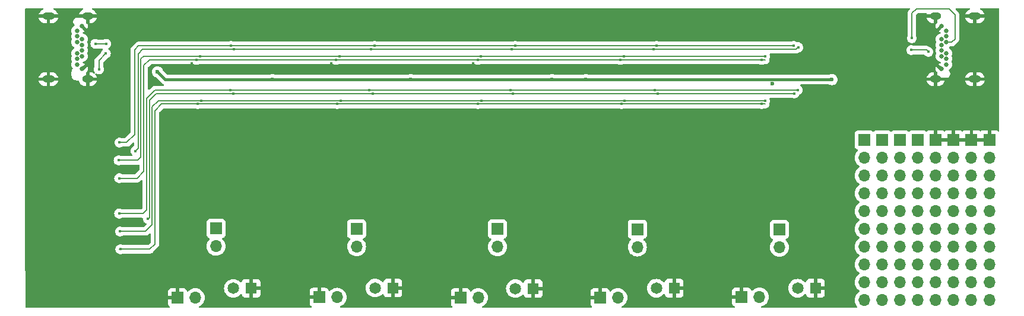
<source format=gbr>
%TF.GenerationSoftware,KiCad,Pcbnew,8.0.3-8.0.3-0~ubuntu22.04.1*%
%TF.CreationDate,2024-12-02T08:44:26+01:00*%
%TF.ProjectId,BreakoutboardRT9532,42726561-6b6f-4757-9462-6f6172645254,rev?*%
%TF.SameCoordinates,Original*%
%TF.FileFunction,Copper,L2,Bot*%
%TF.FilePolarity,Positive*%
%FSLAX46Y46*%
G04 Gerber Fmt 4.6, Leading zero omitted, Abs format (unit mm)*
G04 Created by KiCad (PCBNEW 8.0.3-8.0.3-0~ubuntu22.04.1) date 2024-12-02 08:44:26*
%MOMM*%
%LPD*%
G01*
G04 APERTURE LIST*
%TA.AperFunction,ComponentPad*%
%ADD10R,1.650000X1.650000*%
%TD*%
%TA.AperFunction,ComponentPad*%
%ADD11C,1.650000*%
%TD*%
%TA.AperFunction,ComponentPad*%
%ADD12R,1.700000X1.700000*%
%TD*%
%TA.AperFunction,ComponentPad*%
%ADD13O,1.700000X1.700000*%
%TD*%
%TA.AperFunction,ComponentPad*%
%ADD14O,1.800000X1.000000*%
%TD*%
%TA.AperFunction,ComponentPad*%
%ADD15O,1.600000X1.000000*%
%TD*%
%TA.AperFunction,ComponentPad*%
%ADD16C,0.650000*%
%TD*%
%TA.AperFunction,ViaPad*%
%ADD17C,0.600000*%
%TD*%
%TA.AperFunction,ViaPad*%
%ADD18C,0.400000*%
%TD*%
%TA.AperFunction,Conductor*%
%ADD19C,0.200000*%
%TD*%
%TA.AperFunction,Conductor*%
%ADD20C,0.400000*%
%TD*%
G04 APERTURE END LIST*
D10*
%TO.P,J17,1,1*%
%TO.N,GND*%
X164840000Y-91500000D03*
D11*
%TO.P,J17,2,2*%
%TO.N,VBat5*%
X162300000Y-91500000D03*
%TD*%
D10*
%TO.P,J16,1,1*%
%TO.N,GND*%
X144690000Y-91500000D03*
D11*
%TO.P,J16,2,2*%
%TO.N,VBat4*%
X142150000Y-91500000D03*
%TD*%
D10*
%TO.P,J15,1,1*%
%TO.N,GND*%
X124590000Y-91550000D03*
D11*
%TO.P,J15,2,2*%
%TO.N,VBat3*%
X122050000Y-91550000D03*
%TD*%
D10*
%TO.P,J14,1,1*%
%TO.N,GND*%
X104570000Y-91470000D03*
D11*
%TO.P,J14,2,2*%
%TO.N,VBat2*%
X102030000Y-91470000D03*
%TD*%
D10*
%TO.P,J13,1,1*%
%TO.N,GND*%
X84370000Y-91520000D03*
D11*
%TO.P,J13,2,2*%
%TO.N,VBat1*%
X81830000Y-91520000D03*
%TD*%
D12*
%TO.P,J12,1,Pin_1*%
%TO.N,GND*%
X154325000Y-92750000D03*
D13*
%TO.P,J12,2,Pin_2*%
%TO.N,VBat5*%
X156865000Y-92750000D03*
%TD*%
D12*
%TO.P,J11,1,Pin_1*%
%TO.N,I_Sense5*%
X159700000Y-83125000D03*
D13*
%TO.P,J11,2,Pin_2*%
%TO.N,VBat5*%
X159700000Y-85665000D03*
%TD*%
D12*
%TO.P,REF\u002A\u002A,1*%
%TO.N,GND*%
X189650000Y-70300000D03*
D13*
%TO.P,REF\u002A\u002A,2*%
%TO.N,N/C*%
X189650000Y-72840000D03*
%TO.P,REF\u002A\u002A,3*%
X189650000Y-75380000D03*
%TO.P,REF\u002A\u002A,4*%
X189650000Y-77920000D03*
%TO.P,REF\u002A\u002A,5*%
X189650000Y-80460000D03*
%TO.P,REF\u002A\u002A,6*%
X189650000Y-83000000D03*
%TO.P,REF\u002A\u002A,7*%
X189650000Y-85540000D03*
%TO.P,REF\u002A\u002A,8*%
X189650000Y-88080000D03*
%TO.P,REF\u002A\u002A,9*%
X189650000Y-90620000D03*
%TO.P,REF\u002A\u002A,10*%
X189650000Y-93160000D03*
%TD*%
D12*
%TO.P,REF\u002A\u002A,1*%
%TO.N,GND*%
X187100000Y-70300000D03*
D13*
%TO.P,REF\u002A\u002A,2*%
%TO.N,N/C*%
X187100000Y-72840000D03*
%TO.P,REF\u002A\u002A,3*%
X187100000Y-75380000D03*
%TO.P,REF\u002A\u002A,4*%
X187100000Y-77920000D03*
%TO.P,REF\u002A\u002A,5*%
X187100000Y-80460000D03*
%TO.P,REF\u002A\u002A,6*%
X187100000Y-83000000D03*
%TO.P,REF\u002A\u002A,7*%
X187100000Y-85540000D03*
%TO.P,REF\u002A\u002A,8*%
X187100000Y-88080000D03*
%TO.P,REF\u002A\u002A,9*%
X187100000Y-90620000D03*
%TO.P,REF\u002A\u002A,10*%
X187100000Y-93160000D03*
%TD*%
D12*
%TO.P,REF\u002A\u002A,1*%
%TO.N,GND*%
X184550000Y-70310000D03*
D13*
%TO.P,REF\u002A\u002A,2*%
%TO.N,N/C*%
X184550000Y-72850000D03*
%TO.P,REF\u002A\u002A,3*%
X184550000Y-75390000D03*
%TO.P,REF\u002A\u002A,4*%
X184550000Y-77930000D03*
%TO.P,REF\u002A\u002A,5*%
X184550000Y-80470000D03*
%TO.P,REF\u002A\u002A,6*%
X184550000Y-83010000D03*
%TO.P,REF\u002A\u002A,7*%
X184550000Y-85550000D03*
%TO.P,REF\u002A\u002A,8*%
X184550000Y-88090000D03*
%TO.P,REF\u002A\u002A,9*%
X184550000Y-90630000D03*
%TO.P,REF\u002A\u002A,10*%
X184550000Y-93170000D03*
%TD*%
D12*
%TO.P,REF\u002A\u002A,1*%
%TO.N,GND*%
X182000000Y-70310000D03*
D13*
%TO.P,REF\u002A\u002A,2*%
%TO.N,N/C*%
X182000000Y-72850000D03*
%TO.P,REF\u002A\u002A,3*%
X182000000Y-75390000D03*
%TO.P,REF\u002A\u002A,4*%
X182000000Y-77930000D03*
%TO.P,REF\u002A\u002A,5*%
X182000000Y-80470000D03*
%TO.P,REF\u002A\u002A,6*%
X182000000Y-83010000D03*
%TO.P,REF\u002A\u002A,7*%
X182000000Y-85550000D03*
%TO.P,REF\u002A\u002A,8*%
X182000000Y-88090000D03*
%TO.P,REF\u002A\u002A,9*%
X182000000Y-90630000D03*
%TO.P,REF\u002A\u002A,10*%
X182000000Y-93170000D03*
%TD*%
D12*
%TO.P,REF\u002A\u002A,1*%
%TO.N,VBUS*%
X179450000Y-70325000D03*
D13*
%TO.P,REF\u002A\u002A,2*%
%TO.N,N/C*%
X179450000Y-72865000D03*
%TO.P,REF\u002A\u002A,3*%
X179450000Y-75405000D03*
%TO.P,REF\u002A\u002A,4*%
X179450000Y-77945000D03*
%TO.P,REF\u002A\u002A,5*%
X179450000Y-80485000D03*
%TO.P,REF\u002A\u002A,6*%
X179450000Y-83025000D03*
%TO.P,REF\u002A\u002A,7*%
X179450000Y-85565000D03*
%TO.P,REF\u002A\u002A,8*%
X179450000Y-88105000D03*
%TO.P,REF\u002A\u002A,9*%
X179450000Y-90645000D03*
%TO.P,REF\u002A\u002A,10*%
X179450000Y-93185000D03*
%TD*%
D12*
%TO.P,REF\u002A\u002A,1*%
%TO.N,VBUS*%
X176900000Y-70325000D03*
D13*
%TO.P,REF\u002A\u002A,2*%
%TO.N,N/C*%
X176900000Y-72865000D03*
%TO.P,REF\u002A\u002A,3*%
X176900000Y-75405000D03*
%TO.P,REF\u002A\u002A,4*%
X176900000Y-77945000D03*
%TO.P,REF\u002A\u002A,5*%
X176900000Y-80485000D03*
%TO.P,REF\u002A\u002A,6*%
X176900000Y-83025000D03*
%TO.P,REF\u002A\u002A,7*%
X176900000Y-85565000D03*
%TO.P,REF\u002A\u002A,8*%
X176900000Y-88105000D03*
%TO.P,REF\u002A\u002A,9*%
X176900000Y-90645000D03*
%TO.P,REF\u002A\u002A,10*%
X176900000Y-93185000D03*
%TD*%
D12*
%TO.P,REF\u002A\u002A,1*%
%TO.N,VBUS*%
X174350000Y-70335000D03*
D13*
%TO.P,REF\u002A\u002A,2*%
%TO.N,N/C*%
X174350000Y-72875000D03*
%TO.P,REF\u002A\u002A,3*%
X174350000Y-75415000D03*
%TO.P,REF\u002A\u002A,4*%
X174350000Y-77955000D03*
%TO.P,REF\u002A\u002A,5*%
X174350000Y-80495000D03*
%TO.P,REF\u002A\u002A,6*%
X174350000Y-83035000D03*
%TO.P,REF\u002A\u002A,7*%
X174350000Y-85575000D03*
%TO.P,REF\u002A\u002A,8*%
X174350000Y-88115000D03*
%TO.P,REF\u002A\u002A,9*%
X174350000Y-90655000D03*
%TO.P,REF\u002A\u002A,10*%
X174350000Y-93195000D03*
%TD*%
D12*
%TO.P,REF\u002A\u002A,1*%
%TO.N,VBUS*%
X171800000Y-70335000D03*
D13*
%TO.P,REF\u002A\u002A,2*%
%TO.N,N/C*%
X171800000Y-72875000D03*
%TO.P,REF\u002A\u002A,3*%
X171800000Y-75415000D03*
%TO.P,REF\u002A\u002A,4*%
X171800000Y-77955000D03*
%TO.P,REF\u002A\u002A,5*%
X171800000Y-80495000D03*
%TO.P,REF\u002A\u002A,6*%
X171800000Y-83035000D03*
%TO.P,REF\u002A\u002A,7*%
X171800000Y-85575000D03*
%TO.P,REF\u002A\u002A,8*%
X171800000Y-88115000D03*
%TO.P,REF\u002A\u002A,9*%
X171800000Y-90655000D03*
%TO.P,REF\u002A\u002A,10*%
X171800000Y-93195000D03*
%TD*%
%TO.P,J10,2,Pin_2*%
%TO.N,VBat4*%
X136665000Y-92850000D03*
D12*
%TO.P,J10,1,Pin_1*%
%TO.N,GND*%
X134125000Y-92850000D03*
%TD*%
%TO.P,J9,1,Pin_1*%
%TO.N,GND*%
X114225000Y-92850000D03*
D13*
%TO.P,J9,2,Pin_2*%
%TO.N,VBat3*%
X116765000Y-92850000D03*
%TD*%
D12*
%TO.P,J8,1,Pin_1*%
%TO.N,GND*%
X94075000Y-92800000D03*
D13*
%TO.P,J8,2,Pin_2*%
%TO.N,VBat2*%
X96615000Y-92800000D03*
%TD*%
D12*
%TO.P,J7,1,Pin_1*%
%TO.N,GND*%
X73875000Y-92850000D03*
D13*
%TO.P,J7,2,Pin_2*%
%TO.N,VBat1*%
X76415000Y-92850000D03*
%TD*%
D12*
%TO.P,J6,1,Pin_1*%
%TO.N,I_Sense4*%
X139450000Y-83075000D03*
D13*
%TO.P,J6,2,Pin_2*%
%TO.N,VBat4*%
X139450000Y-85615000D03*
%TD*%
D12*
%TO.P,J5,1,Pin_1*%
%TO.N,I_Sense3*%
X119500000Y-83050000D03*
D13*
%TO.P,J5,2,Pin_2*%
%TO.N,VBat3*%
X119500000Y-85590000D03*
%TD*%
D12*
%TO.P,J4,1,Pin_1*%
%TO.N,I_Sense2*%
X99400000Y-83025000D03*
D13*
%TO.P,J4,2,Pin_2*%
%TO.N,VBat2*%
X99400000Y-85565000D03*
%TD*%
D12*
%TO.P,J3,1,Pin_1*%
%TO.N,I_Sense1*%
X79350000Y-82975000D03*
D13*
%TO.P,J3,2,Pin_2*%
%TO.N,VBat1*%
X79350000Y-85515000D03*
%TD*%
D14*
%TO.P,J2,SH1,SHIELD*%
%TO.N,GND*%
X187600000Y-61650000D03*
%TO.P,J2,SH2,SHIELD__1*%
X187600000Y-52650000D03*
D15*
%TO.P,J2,SH3,SHIELD__2*%
X182000000Y-61650000D03*
%TO.P,J2,SH4,SHIELD__3*%
X182000000Y-52650000D03*
D16*
%TO.P,J2,B12,GND__3*%
X182800000Y-60200000D03*
%TO.P,J2,B1,GND__2*%
X182800000Y-54100000D03*
%TO.P,J2,B11,SSRXP1*%
%TO.N,unconnected-(J2-SSRXP1-PadB11)*%
X183500000Y-59550000D03*
%TO.P,J2,B2,SSTXP2*%
%TO.N,unconnected-(J2-SSTXP2-PadB2)*%
X183500000Y-54750000D03*
%TO.P,J2,B10,SSRXN1*%
%TO.N,unconnected-(J2-SSRXN1-PadB10)*%
X183500000Y-58750000D03*
%TO.P,J2,B3,SSTXN2*%
%TO.N,unconnected-(J2-SSTXN2-PadB3)*%
X183500000Y-55550000D03*
%TO.P,J2,B8,SBU2*%
%TO.N,unconnected-(J2-SBU2-PadB8)*%
X183500000Y-57950000D03*
%TO.P,J2,B5,CC2*%
%TO.N,Net-(J2-CC2)*%
X183500000Y-56350000D03*
%TO.P,J2,B9,VBUS__3*%
%TO.N,VBUS*%
X182800000Y-58350000D03*
%TO.P,J2,B4,VBUS__2*%
X182800000Y-55950000D03*
%TO.P,J2,B7,DN2*%
%TO.N,unconnected-(J2-DN2-PadB7)*%
X182800000Y-57550000D03*
%TO.P,J2,B6,DP2*%
%TO.N,unconnected-(J2-DP2-PadB6)*%
X182800000Y-56750000D03*
%TD*%
D14*
%TO.P,J1,SH1,SHIELD*%
%TO.N,GND*%
X55450000Y-52650000D03*
%TO.P,J1,SH2,SHIELD__1*%
X55450000Y-61650000D03*
D15*
%TO.P,J1,SH3,SHIELD__2*%
X61050000Y-52650000D03*
%TO.P,J1,SH4,SHIELD__3*%
X61050000Y-61650000D03*
D16*
%TO.P,J1,B12,GND__3*%
X60250000Y-54100000D03*
%TO.P,J1,B1,GND__2*%
X60250000Y-60200000D03*
%TO.P,J1,B11,SSRXP1*%
%TO.N,unconnected-(J1-SSRXP1-PadB11)*%
X59550000Y-54750000D03*
%TO.P,J1,B2,SSTXP2*%
%TO.N,unconnected-(J1-SSTXP2-PadB2)*%
X59550000Y-59550000D03*
%TO.P,J1,B10,SSRXN1*%
%TO.N,unconnected-(J1-SSRXN1-PadB10)*%
X59550000Y-55550000D03*
%TO.P,J1,B3,SSTXN2*%
%TO.N,unconnected-(J1-SSTXN2-PadB3)*%
X59550000Y-58750000D03*
%TO.P,J1,B8,SBU2*%
%TO.N,unconnected-(J1-SBU2-PadB8)*%
X59550000Y-56350000D03*
%TO.P,J1,B5,CC2*%
%TO.N,Net-(J1-CC2)*%
X59550000Y-57950000D03*
%TO.P,J1,B9,VBUS__3*%
%TO.N,VBUS*%
X60250000Y-55950000D03*
%TO.P,J1,B4,VBUS__2*%
X60250000Y-58350000D03*
%TO.P,J1,B7,DN2*%
%TO.N,unconnected-(J1-DN2-PadB7)*%
X60250000Y-56750000D03*
%TO.P,J1,B6,DP2*%
%TO.N,unconnected-(J1-DP2-PadB6)*%
X60250000Y-57550000D03*
%TD*%
D17*
%TO.N,GND*%
X99650000Y-80000000D03*
X158700000Y-62250000D03*
X105400000Y-68250000D03*
X155900000Y-66950000D03*
X71800000Y-69300000D03*
X85450000Y-69250000D03*
X81250000Y-69300000D03*
X161500000Y-60200000D03*
X155900000Y-60250000D03*
X158450000Y-55550000D03*
X135800000Y-60250000D03*
X135800000Y-67050000D03*
X139650000Y-66800000D03*
X118150000Y-55550000D03*
X138250000Y-55550000D03*
X139650000Y-60450000D03*
D18*
X120600000Y-60450000D03*
X119550000Y-66600000D03*
X115900000Y-66550000D03*
X118050000Y-60400000D03*
X116000000Y-59400000D03*
X119550000Y-60150000D03*
X79650000Y-66550000D03*
X76000000Y-66100000D03*
X95750000Y-59400000D03*
X98700000Y-55650000D03*
X100200000Y-60200000D03*
X99000000Y-66550000D03*
X96050000Y-66200000D03*
D17*
X167950000Y-88150000D03*
X151700000Y-88200000D03*
X168200000Y-80100000D03*
X151700000Y-80050000D03*
X168750000Y-74000000D03*
X152050000Y-73250000D03*
X147550000Y-88400000D03*
X132600000Y-87800000D03*
X146600000Y-79950000D03*
X132350000Y-80150000D03*
X148100000Y-72650000D03*
X132150000Y-73000000D03*
X130200000Y-55500000D03*
X88350000Y-55500000D03*
X108700000Y-55650000D03*
X111150000Y-60500000D03*
X151000000Y-60200000D03*
X131400000Y-60250000D03*
X170750000Y-52500000D03*
X170750000Y-57300000D03*
X170900000Y-65350000D03*
X175750000Y-65450000D03*
X187000000Y-65500000D03*
X68600000Y-53000000D03*
X72450000Y-60150000D03*
X91100000Y-60050000D03*
X111500000Y-80000000D03*
X125800000Y-79400000D03*
X126750000Y-72950000D03*
X127900000Y-87950000D03*
X111700000Y-88250000D03*
X110900000Y-71900000D03*
X92050000Y-71250000D03*
X97250000Y-80000000D03*
X106850000Y-79850000D03*
X107200000Y-87100000D03*
X93100000Y-88600000D03*
X87150000Y-89600000D03*
X86500000Y-80500000D03*
X73350000Y-88550000D03*
X73400000Y-80550000D03*
X67750000Y-93100000D03*
X53550000Y-93150000D03*
X60500000Y-65200000D03*
X54250000Y-65050000D03*
D18*
X79650000Y-60200000D03*
X75900000Y-59400000D03*
X78850000Y-55700000D03*
%TO.N,RSET4*%
X121500000Y-57400000D03*
%TO.N,RSET1*%
X122050000Y-56900000D03*
%TO.N,RSET3*%
X116700000Y-58900000D03*
%TO.N,RSET2*%
X117150000Y-58400000D03*
%TO.N,VBUS*%
X151650000Y-61700000D03*
D17*
X167200000Y-61700000D03*
X132100000Y-61700000D03*
D18*
X111450000Y-61700000D03*
D17*
X127300000Y-61700000D03*
X107150000Y-61700000D03*
X87400000Y-61700000D03*
D18*
%TO.N,Net-(J2-CC2)*%
X178600000Y-55800000D03*
%TO.N,Net-(J2-CC1)*%
X178500000Y-57500000D03*
X180950000Y-57750000D03*
%TO.N,VBUS*%
X163450000Y-61700000D03*
%TO.N,RSET7*%
X157200000Y-65200000D03*
%TO.N,RSET6*%
X157650000Y-64700000D03*
%TO.N,RSET8*%
X161850000Y-63700000D03*
%TO.N,RSET5*%
X162300000Y-63200000D03*
%TO.N,RSET3*%
X157200000Y-58900000D03*
%TO.N,RSET2*%
X157650000Y-58400000D03*
%TO.N,RSET4*%
X162400000Y-57100000D03*
%TO.N,RSET1*%
X161771446Y-56900000D03*
%TO.N,RSET7*%
X137200000Y-65200000D03*
%TO.N,RSET6*%
X137600000Y-64700000D03*
%TO.N,RSET8*%
X142392894Y-63699999D03*
%TO.N,RSET5*%
X141950000Y-63200000D03*
%TO.N,VBUS*%
X143400000Y-61700000D03*
%TO.N,RSET2*%
X137500000Y-58400000D03*
%TO.N,RSET3*%
X137050000Y-58900000D03*
%TO.N,RSET4*%
X141750000Y-57400000D03*
%TO.N,RSET1*%
X142200000Y-56900000D03*
%TO.N,RSET7*%
X116700000Y-65200000D03*
%TO.N,RSET6*%
X117200000Y-64700000D03*
%TO.N,RSET8*%
X121700000Y-63700000D03*
%TO.N,RSET5*%
X121350000Y-63200000D03*
%TO.N,VBUS*%
X123050000Y-61700000D03*
%TO.N,RSET8*%
X101700000Y-63700000D03*
%TO.N,RSET5*%
X101250000Y-63200000D03*
%TO.N,RSET7*%
X96600000Y-65200000D03*
%TO.N,RSET6*%
X97150000Y-64700000D03*
%TO.N,RSET4*%
X67850000Y-71900000D03*
%TO.N,RSET8*%
X69650000Y-81600000D03*
%TO.N,VBUS*%
X83150000Y-61700000D03*
X102950000Y-61700000D03*
%TO.N,RSET4*%
X101450000Y-57400000D03*
%TO.N,RSET1*%
X102000000Y-56900000D03*
%TO.N,RSET3*%
X96500000Y-58900000D03*
%TO.N,RSET2*%
X97000000Y-58400000D03*
D17*
%TO.N,VBUS*%
X71000000Y-60600000D03*
D18*
%TO.N,RSET8*%
X81800000Y-63700000D03*
%TO.N,RSET5*%
X81400000Y-63200000D03*
%TO.N,RSET7*%
X76750000Y-65200000D03*
%TO.N,RSET6*%
X77250000Y-64700000D03*
%TO.N,RSET3*%
X76550000Y-58900000D03*
%TO.N,RSET2*%
X77050000Y-58400000D03*
%TO.N,RSET4*%
X81900000Y-57400000D03*
%TO.N,RSET1*%
X81450000Y-56900000D03*
%TO.N,RSET7*%
X65700000Y-85950000D03*
%TO.N,RSET6*%
X65650000Y-83400000D03*
%TO.N,RSET5*%
X65550000Y-80850000D03*
%TO.N,RSET3*%
X65550000Y-75800000D03*
%TO.N,RSET2*%
X65450000Y-73250000D03*
%TO.N,RSET1*%
X65600000Y-70700000D03*
%TO.N,Net-(J1-CC1)*%
X63700000Y-56600000D03*
%TO.N,Net-(J1-CC2)*%
X63650000Y-58000000D03*
X62650000Y-60250000D03*
%TO.N,Net-(J1-CC1)*%
X62150000Y-56600000D03*
%TD*%
D19*
%TO.N,RSET7*%
X76750000Y-65200000D02*
X157700000Y-65200000D01*
%TO.N,RSET4*%
X162350000Y-57100000D02*
X162400000Y-57100000D01*
X68250000Y-71500000D02*
X67850000Y-71900000D01*
X81900000Y-57400000D02*
X162050000Y-57400000D01*
X162050000Y-57400000D02*
X162350000Y-57100000D01*
X68250000Y-58050000D02*
X68250000Y-71500000D01*
X81900000Y-57400000D02*
X68900000Y-57400000D01*
X68900000Y-57400000D02*
X68250000Y-58050000D01*
%TO.N,RSET3*%
X76550000Y-58900000D02*
X157700000Y-58900000D01*
%TO.N,RSET1*%
X81450000Y-56900000D02*
X68300000Y-56900000D01*
X81450000Y-56900000D02*
X161771446Y-56900000D01*
X68300000Y-56900000D02*
X67750000Y-57450000D01*
X67750000Y-57450000D02*
X67750000Y-69550000D01*
X67750000Y-69550000D02*
X66600000Y-70700000D01*
X66600000Y-70700000D02*
X65600000Y-70700000D01*
%TO.N,RSET5*%
X81400000Y-63200000D02*
X162300000Y-63200000D01*
%TO.N,RSET8*%
X81800000Y-63700000D02*
X70800000Y-63700000D01*
X70800000Y-63700000D02*
X69850000Y-64650000D01*
X69850000Y-64650000D02*
X69850000Y-81400000D01*
X69850000Y-81400000D02*
X69650000Y-81600000D01*
X81800000Y-63700000D02*
X161850000Y-63700000D01*
X81800000Y-63700000D02*
X81350000Y-63700000D01*
D20*
%TO.N,VBUS*%
X71000000Y-60600000D02*
X72100000Y-61700000D01*
X72100000Y-61700000D02*
X107150000Y-61700000D01*
X107150000Y-61700000D02*
X167200000Y-61700000D01*
D19*
%TO.N,RSET3*%
X77150000Y-58900000D02*
X69850000Y-58900000D01*
X69850000Y-58900000D02*
X69050000Y-59700000D01*
X69050000Y-59700000D02*
X69050000Y-74850000D01*
X69050000Y-74850000D02*
X68100000Y-75800000D01*
X68100000Y-75800000D02*
X65500000Y-75800000D01*
%TO.N,Net-(J2-CC2)*%
X183500000Y-56350000D02*
X184300000Y-56350000D01*
X184300000Y-56350000D02*
X184750000Y-55900000D01*
X183900000Y-51600000D02*
X179250000Y-51600000D01*
X184750000Y-55900000D02*
X184750000Y-52450000D01*
X184750000Y-52450000D02*
X183900000Y-51600000D01*
X179250000Y-51600000D02*
X178600000Y-52250000D01*
X178600000Y-52250000D02*
X178600000Y-55800000D01*
%TO.N,Net-(J2-CC1)*%
X178500000Y-57500000D02*
X180700000Y-57500000D01*
X180700000Y-57500000D02*
X180950000Y-57750000D01*
%TO.N,RSET2*%
X77050000Y-58400000D02*
X157700000Y-58400000D01*
%TO.N,RSET6*%
X77250000Y-64700000D02*
X157700000Y-64700000D01*
%TO.N,RSET7*%
X77300000Y-65200000D02*
X71600000Y-65200000D01*
X70650000Y-85200000D02*
X69900000Y-85950000D01*
X71600000Y-65200000D02*
X70650000Y-66150000D01*
X70650000Y-66150000D02*
X70650000Y-85200000D01*
X69900000Y-85950000D02*
X65600000Y-85950000D01*
%TO.N,RSET6*%
X77300000Y-64700000D02*
X71150000Y-64700000D01*
X71150000Y-64700000D02*
X70250000Y-65600000D01*
X69300000Y-83400000D02*
X65650000Y-83400000D01*
X70250000Y-65600000D02*
X70250000Y-82450000D01*
X70250000Y-82450000D02*
X69300000Y-83400000D01*
%TO.N,RSET5*%
X81400000Y-63200000D02*
X70650000Y-63200000D01*
X69450000Y-80350000D02*
X68950000Y-80850000D01*
X70650000Y-63200000D02*
X69450000Y-64400000D01*
X69450000Y-64400000D02*
X69450000Y-80350000D01*
X68950000Y-80850000D02*
X65550000Y-80850000D01*
%TO.N,Net-(J1-CC2)*%
X63650000Y-58000000D02*
X62650000Y-59000000D01*
X62650000Y-59000000D02*
X62650000Y-60250000D01*
%TO.N,Net-(J1-CC1)*%
X63700000Y-56650000D02*
X62150000Y-56650000D01*
%TO.N,RSET2*%
X77150000Y-58400000D02*
X69000000Y-58400000D01*
X68200000Y-73250000D02*
X65450000Y-73250000D01*
X68650000Y-72800000D02*
X68200000Y-73250000D01*
X68650000Y-58750000D02*
X68650000Y-72800000D01*
X69000000Y-58400000D02*
X68650000Y-58750000D01*
%TD*%
%TA.AperFunction,Conductor*%
%TO.N,GND*%
G36*
X54655660Y-51520185D02*
G01*
X54701415Y-51572989D01*
X54711359Y-51642147D01*
X54682334Y-51705703D01*
X54636073Y-51739061D01*
X54576328Y-51763807D01*
X54576315Y-51763814D01*
X54412537Y-51873248D01*
X54412533Y-51873251D01*
X54273251Y-52012533D01*
X54273248Y-52012537D01*
X54163814Y-52176315D01*
X54163807Y-52176328D01*
X54088430Y-52358307D01*
X54088430Y-52358309D01*
X54080138Y-52400000D01*
X55000272Y-52400000D01*
X54908386Y-52438060D01*
X54838060Y-52508386D01*
X54800000Y-52600272D01*
X54800000Y-52699728D01*
X54838060Y-52791614D01*
X54908386Y-52861940D01*
X55000272Y-52900000D01*
X54080138Y-52900000D01*
X54088430Y-52941690D01*
X54088430Y-52941692D01*
X54163807Y-53123671D01*
X54163814Y-53123684D01*
X54273248Y-53287462D01*
X54273251Y-53287466D01*
X54412533Y-53426748D01*
X54412537Y-53426751D01*
X54576315Y-53536185D01*
X54576328Y-53536192D01*
X54758306Y-53611569D01*
X54758318Y-53611572D01*
X54951504Y-53649999D01*
X54951508Y-53650000D01*
X55200000Y-53650000D01*
X55200000Y-52900000D01*
X55700000Y-52900000D01*
X55700000Y-53650000D01*
X55948492Y-53650000D01*
X55948495Y-53649999D01*
X56141681Y-53611572D01*
X56141693Y-53611569D01*
X56323671Y-53536192D01*
X56323684Y-53536185D01*
X56487462Y-53426751D01*
X56487466Y-53426748D01*
X56626748Y-53287466D01*
X56626751Y-53287462D01*
X56736185Y-53123684D01*
X56736192Y-53123671D01*
X56811569Y-52941692D01*
X56811569Y-52941690D01*
X56819862Y-52900000D01*
X55899728Y-52900000D01*
X55991614Y-52861940D01*
X56061940Y-52791614D01*
X56100000Y-52699728D01*
X56100000Y-52600272D01*
X56061940Y-52508386D01*
X55991614Y-52438060D01*
X55899728Y-52400000D01*
X56819862Y-52400000D01*
X56811569Y-52358309D01*
X56811569Y-52358307D01*
X56736192Y-52176328D01*
X56736185Y-52176315D01*
X56626751Y-52012537D01*
X56626748Y-52012533D01*
X56487466Y-51873251D01*
X56487462Y-51873248D01*
X56323684Y-51763814D01*
X56323671Y-51763807D01*
X56263927Y-51739061D01*
X56209523Y-51695220D01*
X56187458Y-51628926D01*
X56204737Y-51561227D01*
X56255874Y-51513616D01*
X56311379Y-51500500D01*
X60288621Y-51500500D01*
X60355660Y-51520185D01*
X60401415Y-51572989D01*
X60411359Y-51642147D01*
X60382334Y-51705703D01*
X60336073Y-51739061D01*
X60276328Y-51763807D01*
X60276315Y-51763814D01*
X60112537Y-51873248D01*
X60112533Y-51873251D01*
X59973251Y-52012533D01*
X59973248Y-52012537D01*
X59863814Y-52176315D01*
X59863807Y-52176328D01*
X59788430Y-52358307D01*
X59788430Y-52358309D01*
X59780138Y-52400000D01*
X60700272Y-52400000D01*
X60608386Y-52438060D01*
X60538060Y-52508386D01*
X60500000Y-52600272D01*
X60500000Y-52699728D01*
X60538060Y-52791614D01*
X60608386Y-52861940D01*
X60700272Y-52900000D01*
X59824035Y-52900000D01*
X59776585Y-52890562D01*
X59772138Y-52888720D01*
X59772135Y-52888719D01*
X59625766Y-52849500D01*
X59474234Y-52849500D01*
X59327863Y-52888719D01*
X59196635Y-52964485D01*
X59196632Y-52964487D01*
X59089487Y-53071632D01*
X59089485Y-53071635D01*
X59013719Y-53202863D01*
X58991050Y-53287466D01*
X58974500Y-53349234D01*
X58974500Y-53500766D01*
X58983992Y-53536192D01*
X59013719Y-53647136D01*
X59015373Y-53650000D01*
X59089485Y-53778365D01*
X59089487Y-53778367D01*
X59152382Y-53841262D01*
X59185867Y-53902585D01*
X59180883Y-53972277D01*
X59139011Y-54028210D01*
X59137587Y-54029261D01*
X58994588Y-54133156D01*
X58878477Y-54262112D01*
X58791712Y-54412391D01*
X58738093Y-54577420D01*
X58738092Y-54577424D01*
X58719953Y-54750000D01*
X58738092Y-54922576D01*
X58738093Y-54922579D01*
X58791713Y-55087610D01*
X58791717Y-55087620D01*
X58791944Y-55088012D01*
X58792005Y-55088267D01*
X58794359Y-55093553D01*
X58793391Y-55093983D01*
X58808409Y-55155914D01*
X58793662Y-55206136D01*
X58794359Y-55206447D01*
X58792044Y-55211646D01*
X58791944Y-55211988D01*
X58791717Y-55212379D01*
X58791713Y-55212389D01*
X58752475Y-55333156D01*
X58738092Y-55377424D01*
X58719953Y-55550000D01*
X58738092Y-55722576D01*
X58738093Y-55722579D01*
X58791713Y-55887610D01*
X58791717Y-55887620D01*
X58791944Y-55888012D01*
X58792005Y-55888267D01*
X58794359Y-55893553D01*
X58793391Y-55893983D01*
X58808409Y-55955914D01*
X58793662Y-56006136D01*
X58794359Y-56006447D01*
X58792044Y-56011646D01*
X58791944Y-56011988D01*
X58791717Y-56012379D01*
X58791713Y-56012389D01*
X58740252Y-56170775D01*
X58738092Y-56177424D01*
X58719953Y-56350000D01*
X58738092Y-56522576D01*
X58738093Y-56522579D01*
X58791712Y-56687608D01*
X58827735Y-56750000D01*
X58874223Y-56830520D01*
X58878477Y-56837887D01*
X58878476Y-56837887D01*
X58970801Y-56940424D01*
X58994590Y-56966845D01*
X59084367Y-57032072D01*
X59108605Y-57049682D01*
X59151270Y-57105012D01*
X59157249Y-57174626D01*
X59124643Y-57236421D01*
X59108605Y-57250318D01*
X58994588Y-57333156D01*
X58878477Y-57462112D01*
X58791712Y-57612391D01*
X58738093Y-57777420D01*
X58738092Y-57777424D01*
X58719953Y-57950000D01*
X58738092Y-58122576D01*
X58738093Y-58122579D01*
X58791713Y-58287610D01*
X58791717Y-58287620D01*
X58791944Y-58288012D01*
X58792005Y-58288267D01*
X58794359Y-58293553D01*
X58793391Y-58293983D01*
X58808409Y-58355914D01*
X58793662Y-58406136D01*
X58794359Y-58406447D01*
X58792044Y-58411646D01*
X58791944Y-58411988D01*
X58791717Y-58412379D01*
X58791713Y-58412389D01*
X58738093Y-58577420D01*
X58738092Y-58577424D01*
X58719953Y-58750000D01*
X58738092Y-58922576D01*
X58738093Y-58922579D01*
X58791713Y-59087610D01*
X58791717Y-59087620D01*
X58791944Y-59088012D01*
X58792005Y-59088267D01*
X58794359Y-59093553D01*
X58793391Y-59093983D01*
X58808409Y-59155914D01*
X58793662Y-59206136D01*
X58794359Y-59206447D01*
X58792044Y-59211646D01*
X58791944Y-59211988D01*
X58791717Y-59212379D01*
X58791713Y-59212389D01*
X58742664Y-59363351D01*
X58738092Y-59377424D01*
X58719953Y-59550000D01*
X58738092Y-59722576D01*
X58738093Y-59722579D01*
X58791712Y-59887608D01*
X58878477Y-60037887D01*
X58878476Y-60037887D01*
X58893053Y-60054076D01*
X58923283Y-60117067D01*
X58914658Y-60186402D01*
X58904005Y-60205938D01*
X58818452Y-60333977D01*
X58818450Y-60333980D01*
X58756225Y-60484206D01*
X58756222Y-60484216D01*
X58724500Y-60643692D01*
X58724500Y-60643695D01*
X58724500Y-60659108D01*
X58724500Y-60959108D01*
X58724500Y-61025000D01*
X58724500Y-61106305D01*
X58724500Y-61106307D01*
X58724499Y-61106307D01*
X58756222Y-61265783D01*
X58756225Y-61265793D01*
X58818450Y-61416019D01*
X58818452Y-61416023D01*
X58908788Y-61551220D01*
X58908794Y-61551228D01*
X59023771Y-61666205D01*
X59023779Y-61666211D01*
X59158976Y-61756547D01*
X59158980Y-61756549D01*
X59309206Y-61818774D01*
X59309211Y-61818776D01*
X59309215Y-61818776D01*
X59309216Y-61818777D01*
X59468692Y-61850500D01*
X59468695Y-61850500D01*
X59631303Y-61850500D01*
X59631305Y-61850500D01*
X59643378Y-61848098D01*
X59712967Y-61854321D01*
X59768147Y-61897181D01*
X59785180Y-61936305D01*
X59786660Y-61935857D01*
X59788430Y-61941693D01*
X59863807Y-62123671D01*
X59863814Y-62123684D01*
X59973248Y-62287462D01*
X59973251Y-62287466D01*
X60112533Y-62426748D01*
X60112537Y-62426751D01*
X60276315Y-62536185D01*
X60276328Y-62536192D01*
X60458306Y-62611569D01*
X60458318Y-62611572D01*
X60651504Y-62649999D01*
X60651508Y-62650000D01*
X60800000Y-62650000D01*
X60800000Y-61900000D01*
X61300000Y-61900000D01*
X61300000Y-62650000D01*
X61448492Y-62650000D01*
X61448495Y-62649999D01*
X61641681Y-62611572D01*
X61641693Y-62611569D01*
X61823671Y-62536192D01*
X61823684Y-62536185D01*
X61987462Y-62426751D01*
X61987466Y-62426748D01*
X62126748Y-62287466D01*
X62126751Y-62287462D01*
X62236185Y-62123684D01*
X62236192Y-62123671D01*
X62311569Y-61941692D01*
X62311569Y-61941690D01*
X62319862Y-61900000D01*
X61399728Y-61900000D01*
X61491614Y-61861940D01*
X61561940Y-61791614D01*
X61600000Y-61699728D01*
X61600000Y-61600272D01*
X61561940Y-61508386D01*
X61491614Y-61438060D01*
X61399728Y-61400000D01*
X62319862Y-61400000D01*
X62311569Y-61358309D01*
X62311569Y-61358307D01*
X62236192Y-61176328D01*
X62236185Y-61176315D01*
X62144248Y-61038722D01*
X62123370Y-60972044D01*
X62141854Y-60904664D01*
X62193833Y-60857974D01*
X62262803Y-60846798D01*
X62304973Y-60860034D01*
X62399775Y-60909790D01*
X62564944Y-60950500D01*
X62735056Y-60950500D01*
X62900225Y-60909790D01*
X63020245Y-60846798D01*
X63050849Y-60830736D01*
X63050850Y-60830734D01*
X63050852Y-60830734D01*
X63178183Y-60717929D01*
X63274818Y-60577930D01*
X63335140Y-60418872D01*
X63355645Y-60250000D01*
X63335140Y-60081128D01*
X63274818Y-59922070D01*
X63272448Y-59918637D01*
X63271489Y-59915727D01*
X63271331Y-59915426D01*
X63271381Y-59915399D01*
X63250567Y-59852283D01*
X63250500Y-59848199D01*
X63250500Y-59300097D01*
X63270185Y-59233058D01*
X63286819Y-59212416D01*
X63532392Y-58966843D01*
X63795123Y-58704111D01*
X63853125Y-58671398D01*
X63900225Y-58659790D01*
X64050852Y-58580734D01*
X64178183Y-58467929D01*
X64274818Y-58327930D01*
X64335140Y-58168872D01*
X64355645Y-58000000D01*
X64335140Y-57831128D01*
X64328618Y-57813932D01*
X64274817Y-57672068D01*
X64212045Y-57581128D01*
X64178183Y-57532071D01*
X64050852Y-57419266D01*
X64050847Y-57419263D01*
X64044948Y-57415191D01*
X64000960Y-57360906D01*
X63993303Y-57291457D01*
X64024408Y-57228894D01*
X64057766Y-57203347D01*
X64100852Y-57180734D01*
X64228183Y-57067929D01*
X64324818Y-56927930D01*
X64385140Y-56768872D01*
X64405645Y-56600000D01*
X64385140Y-56431128D01*
X64324818Y-56272070D01*
X64321958Y-56267927D01*
X64254899Y-56170776D01*
X64228183Y-56132071D01*
X64133316Y-56048026D01*
X64100849Y-56019263D01*
X63950226Y-55940210D01*
X63785056Y-55899500D01*
X63614944Y-55899500D01*
X63449773Y-55940210D01*
X63299154Y-56019261D01*
X63292980Y-56023524D01*
X63292039Y-56022160D01*
X63236989Y-56048037D01*
X63217994Y-56049500D01*
X62632006Y-56049500D01*
X62564967Y-56029815D01*
X62552925Y-56020697D01*
X62550845Y-56019261D01*
X62400226Y-55940210D01*
X62235056Y-55899500D01*
X62064944Y-55899500D01*
X61899773Y-55940210D01*
X61749150Y-56019263D01*
X61621816Y-56132072D01*
X61525182Y-56272068D01*
X61464860Y-56431125D01*
X61464859Y-56431130D01*
X61444355Y-56600000D01*
X61464859Y-56768869D01*
X61464860Y-56768874D01*
X61525182Y-56927931D01*
X61587475Y-57018177D01*
X61621817Y-57067929D01*
X61727505Y-57161560D01*
X61749150Y-57180736D01*
X61897428Y-57258558D01*
X61899775Y-57259790D01*
X62064944Y-57300500D01*
X62235056Y-57300500D01*
X62400225Y-57259790D01*
X62400230Y-57259787D01*
X62403473Y-57258558D01*
X62447445Y-57250500D01*
X63112684Y-57250500D01*
X63179723Y-57270185D01*
X63225478Y-57322989D01*
X63235422Y-57392147D01*
X63206397Y-57455703D01*
X63194911Y-57467315D01*
X63121818Y-57532069D01*
X63025182Y-57672068D01*
X63025182Y-57672069D01*
X62971381Y-57813932D01*
X62943120Y-57857642D01*
X62281286Y-58519478D01*
X62169481Y-58631282D01*
X62169480Y-58631284D01*
X62128167Y-58702841D01*
X62090423Y-58768215D01*
X62049499Y-58920943D01*
X62049499Y-58920945D01*
X62049499Y-59089046D01*
X62049500Y-59089059D01*
X62049500Y-59848199D01*
X62029815Y-59915238D01*
X62027551Y-59918638D01*
X62025182Y-59922069D01*
X61964860Y-60081125D01*
X61964859Y-60081130D01*
X61944355Y-60250000D01*
X61964859Y-60418869D01*
X61964860Y-60418874D01*
X62025182Y-60577931D01*
X62025183Y-60577933D01*
X62067151Y-60638732D01*
X62089035Y-60705086D01*
X62071570Y-60772738D01*
X62020303Y-60820208D01*
X61951509Y-60832426D01*
X61896212Y-60812275D01*
X61823689Y-60763817D01*
X61823671Y-60763807D01*
X61641693Y-60688430D01*
X61641681Y-60688427D01*
X61448495Y-60650000D01*
X61300000Y-60650000D01*
X61300000Y-61400000D01*
X60800000Y-61400000D01*
X60800000Y-60731000D01*
X60819685Y-60663961D01*
X60872489Y-60618206D01*
X60924000Y-60607000D01*
X60967645Y-60607000D01*
X60967645Y-60606999D01*
X61007825Y-60537406D01*
X61061414Y-60372476D01*
X61061415Y-60372473D01*
X61079543Y-60200000D01*
X61061415Y-60027526D01*
X61061414Y-60027523D01*
X61007826Y-59862595D01*
X60983349Y-59820202D01*
X60463700Y-60339851D01*
X60402377Y-60373336D01*
X60361255Y-60370395D01*
X60363291Y-60369552D01*
X60419552Y-60313291D01*
X60450000Y-60239782D01*
X60450000Y-60160218D01*
X60419552Y-60086709D01*
X60363291Y-60030448D01*
X60289782Y-60000000D01*
X60243397Y-60000000D01*
X60308286Y-59887611D01*
X60346953Y-59768603D01*
X60377200Y-59719244D01*
X60630230Y-59466214D01*
X60506344Y-59411057D01*
X60438074Y-59396545D01*
X60376593Y-59363351D01*
X60342817Y-59302188D01*
X60347471Y-59232473D01*
X60389076Y-59176342D01*
X60438071Y-59153966D01*
X60506499Y-59139422D01*
X60665024Y-59068842D01*
X60805410Y-58966845D01*
X60921522Y-58837889D01*
X61008286Y-58687611D01*
X61061908Y-58522576D01*
X61080047Y-58350000D01*
X61061908Y-58177424D01*
X61008286Y-58012389D01*
X61008065Y-58012007D01*
X61008005Y-58011759D01*
X61005642Y-58006451D01*
X61006612Y-58006018D01*
X60991588Y-57944110D01*
X61006342Y-57893860D01*
X61005642Y-57893549D01*
X61007968Y-57888324D01*
X61008065Y-57887993D01*
X61008286Y-57887611D01*
X61061908Y-57722576D01*
X61080047Y-57550000D01*
X61061908Y-57377424D01*
X61008286Y-57212389D01*
X61008065Y-57212007D01*
X61008005Y-57211759D01*
X61005642Y-57206451D01*
X61006612Y-57206018D01*
X60991588Y-57144110D01*
X61006342Y-57093860D01*
X61005642Y-57093549D01*
X61007968Y-57088324D01*
X61008065Y-57087993D01*
X61008286Y-57087611D01*
X61061908Y-56922576D01*
X61080047Y-56750000D01*
X61061908Y-56577424D01*
X61008286Y-56412389D01*
X61008065Y-56412007D01*
X61008005Y-56411759D01*
X61005642Y-56406451D01*
X61006612Y-56406018D01*
X60991588Y-56344110D01*
X61006342Y-56293860D01*
X61005642Y-56293549D01*
X61007968Y-56288324D01*
X61008065Y-56287993D01*
X61008286Y-56287611D01*
X61061908Y-56122576D01*
X61080047Y-55950000D01*
X61061908Y-55777424D01*
X61008286Y-55612389D01*
X60921522Y-55462111D01*
X60805410Y-55333155D01*
X60665024Y-55231158D01*
X60665023Y-55231157D01*
X60506504Y-55160579D01*
X60506498Y-55160577D01*
X60438074Y-55146034D01*
X60376592Y-55112842D01*
X60342816Y-55051679D01*
X60347468Y-54981964D01*
X60389073Y-54925832D01*
X60438074Y-54903454D01*
X60506342Y-54888943D01*
X60506347Y-54888941D01*
X60630230Y-54833784D01*
X60630230Y-54833783D01*
X60377200Y-54580753D01*
X60346951Y-54531390D01*
X60308286Y-54412389D01*
X60243397Y-54300000D01*
X60289782Y-54300000D01*
X60363291Y-54269552D01*
X60419552Y-54213291D01*
X60450000Y-54139782D01*
X60450000Y-54060218D01*
X60419552Y-53986709D01*
X60363291Y-53930448D01*
X60289782Y-53900000D01*
X60210218Y-53900000D01*
X60136709Y-53930448D01*
X60080448Y-53986709D01*
X60050000Y-54060218D01*
X60050000Y-54074286D01*
X60039968Y-54061277D01*
X60033989Y-53991663D01*
X60066595Y-53929869D01*
X60067837Y-53928608D01*
X60162317Y-53834127D01*
X60223640Y-53800642D01*
X60293332Y-53805626D01*
X60337680Y-53834127D01*
X60983350Y-54479797D01*
X61007827Y-54437402D01*
X61061414Y-54272476D01*
X61061415Y-54272473D01*
X61079543Y-54100000D01*
X61061415Y-53927526D01*
X61061414Y-53927523D01*
X61007825Y-53762593D01*
X60967645Y-53693000D01*
X60924000Y-53693000D01*
X60856961Y-53673315D01*
X60811206Y-53620511D01*
X60800000Y-53569000D01*
X60800000Y-52900000D01*
X61300000Y-52900000D01*
X61300000Y-53650000D01*
X61448492Y-53650000D01*
X61448495Y-53649999D01*
X61641681Y-53611572D01*
X61641693Y-53611569D01*
X61823671Y-53536192D01*
X61823684Y-53536185D01*
X61987462Y-53426751D01*
X61987466Y-53426748D01*
X62126748Y-53287466D01*
X62126751Y-53287462D01*
X62236185Y-53123684D01*
X62236192Y-53123671D01*
X62311569Y-52941692D01*
X62311569Y-52941690D01*
X62319862Y-52900000D01*
X61399728Y-52900000D01*
X61491614Y-52861940D01*
X61561940Y-52791614D01*
X61600000Y-52699728D01*
X61600000Y-52600272D01*
X61561940Y-52508386D01*
X61491614Y-52438060D01*
X61399728Y-52400000D01*
X62319862Y-52400000D01*
X62311569Y-52358309D01*
X62311569Y-52358307D01*
X62236192Y-52176328D01*
X62236185Y-52176315D01*
X62126751Y-52012537D01*
X62126748Y-52012533D01*
X61987466Y-51873251D01*
X61987462Y-51873248D01*
X61823684Y-51763814D01*
X61823671Y-51763807D01*
X61763927Y-51739061D01*
X61709523Y-51695220D01*
X61687458Y-51628926D01*
X61704737Y-51561227D01*
X61755874Y-51513616D01*
X61811379Y-51500500D01*
X178200902Y-51500500D01*
X178267941Y-51520185D01*
X178313696Y-51572989D01*
X178323640Y-51642147D01*
X178294615Y-51705703D01*
X178288583Y-51712181D01*
X178119481Y-51881282D01*
X178119479Y-51881285D01*
X178069361Y-51968094D01*
X178069359Y-51968096D01*
X178040425Y-52018209D01*
X178040424Y-52018210D01*
X178040423Y-52018215D01*
X177999499Y-52170943D01*
X177999499Y-52170945D01*
X177999499Y-52339046D01*
X177999500Y-52339059D01*
X177999500Y-55398199D01*
X177979815Y-55465238D01*
X177977551Y-55468638D01*
X177975182Y-55472069D01*
X177914860Y-55631125D01*
X177914859Y-55631130D01*
X177894355Y-55800000D01*
X177914859Y-55968869D01*
X177914860Y-55968874D01*
X177975182Y-56127931D01*
X178037475Y-56218177D01*
X178071817Y-56267929D01*
X178171132Y-56355914D01*
X178199150Y-56380736D01*
X178349773Y-56459789D01*
X178349775Y-56459790D01*
X178514944Y-56500500D01*
X178685056Y-56500500D01*
X178850225Y-56459790D01*
X178929692Y-56418081D01*
X179000849Y-56380736D01*
X179000850Y-56380734D01*
X179000852Y-56380734D01*
X179128183Y-56267929D01*
X179224818Y-56127930D01*
X179285140Y-55968872D01*
X179305645Y-55800000D01*
X179285140Y-55631128D01*
X179224818Y-55472070D01*
X179222448Y-55468637D01*
X179221489Y-55465727D01*
X179221331Y-55465426D01*
X179221381Y-55465399D01*
X179200567Y-55402283D01*
X179200500Y-55398199D01*
X179200500Y-52550097D01*
X179220185Y-52483058D01*
X179236819Y-52462416D01*
X179462416Y-52236819D01*
X179523739Y-52203334D01*
X179550097Y-52200500D01*
X180619106Y-52200500D01*
X180686145Y-52220185D01*
X180731900Y-52272989D01*
X180741844Y-52342147D01*
X180739581Y-52352329D01*
X180739618Y-52352337D01*
X180730138Y-52400000D01*
X181650272Y-52400000D01*
X181558386Y-52438060D01*
X181488060Y-52508386D01*
X181450000Y-52600272D01*
X181450000Y-52699728D01*
X181488060Y-52791614D01*
X181558386Y-52861940D01*
X181650272Y-52900000D01*
X180730138Y-52900000D01*
X180738430Y-52941690D01*
X180738430Y-52941692D01*
X180813807Y-53123671D01*
X180813814Y-53123684D01*
X180923248Y-53287462D01*
X180923251Y-53287466D01*
X181062533Y-53426748D01*
X181062537Y-53426751D01*
X181226315Y-53536185D01*
X181226328Y-53536192D01*
X181408306Y-53611569D01*
X181408318Y-53611572D01*
X181601504Y-53649999D01*
X181601508Y-53650000D01*
X181750000Y-53650000D01*
X181750000Y-52900000D01*
X182250000Y-52900000D01*
X182250000Y-53569000D01*
X182230315Y-53636039D01*
X182177511Y-53681794D01*
X182126000Y-53693000D01*
X182082355Y-53693000D01*
X182042174Y-53762593D01*
X181988585Y-53927523D01*
X181988584Y-53927526D01*
X181970456Y-54100000D01*
X181988584Y-54272473D01*
X181988585Y-54272476D01*
X182042174Y-54437407D01*
X182066649Y-54479797D01*
X182586299Y-53960147D01*
X182647622Y-53926662D01*
X182688748Y-53929603D01*
X182686709Y-53930448D01*
X182630448Y-53986709D01*
X182600000Y-54060218D01*
X182600000Y-54139782D01*
X182630448Y-54213291D01*
X182686709Y-54269552D01*
X182760218Y-54300000D01*
X182806601Y-54300000D01*
X182741714Y-54412388D01*
X182741711Y-54412394D01*
X182703048Y-54531390D01*
X182672798Y-54580753D01*
X182419767Y-54833783D01*
X182543659Y-54888943D01*
X182611924Y-54903454D01*
X182673406Y-54936647D01*
X182707182Y-54997810D01*
X182702530Y-55067524D01*
X182660925Y-55123656D01*
X182611924Y-55146034D01*
X182543501Y-55160577D01*
X182543496Y-55160579D01*
X182384977Y-55231157D01*
X182384972Y-55231160D01*
X182244591Y-55333153D01*
X182244589Y-55333155D01*
X182128477Y-55462112D01*
X182041712Y-55612391D01*
X181988093Y-55777420D01*
X181988092Y-55777424D01*
X181969953Y-55950000D01*
X181988092Y-56122576D01*
X181988093Y-56122579D01*
X182041713Y-56287610D01*
X182041717Y-56287620D01*
X182041944Y-56288012D01*
X182042005Y-56288267D01*
X182044359Y-56293553D01*
X182043391Y-56293983D01*
X182058409Y-56355914D01*
X182043662Y-56406136D01*
X182044359Y-56406447D01*
X182042044Y-56411646D01*
X182041944Y-56411988D01*
X182041717Y-56412379D01*
X182041713Y-56412389D01*
X181988093Y-56577420D01*
X181988092Y-56577424D01*
X181969953Y-56750000D01*
X181988092Y-56922576D01*
X181988093Y-56922579D01*
X182041713Y-57087610D01*
X182041717Y-57087620D01*
X182041944Y-57088012D01*
X182042005Y-57088267D01*
X182044359Y-57093553D01*
X182043391Y-57093983D01*
X182058409Y-57155914D01*
X182043662Y-57206136D01*
X182044359Y-57206447D01*
X182042044Y-57211646D01*
X182041944Y-57211988D01*
X182041717Y-57212379D01*
X182041713Y-57212389D01*
X181990197Y-57370945D01*
X181988092Y-57377424D01*
X181969953Y-57550000D01*
X181988092Y-57722576D01*
X181988093Y-57722579D01*
X182041713Y-57887610D01*
X182041717Y-57887620D01*
X182041944Y-57888012D01*
X182042005Y-57888267D01*
X182044359Y-57893553D01*
X182043391Y-57893983D01*
X182058409Y-57955914D01*
X182043662Y-58006136D01*
X182044359Y-58006447D01*
X182042044Y-58011646D01*
X182041944Y-58011988D01*
X182041717Y-58012379D01*
X182041713Y-58012389D01*
X181990870Y-58168874D01*
X181988092Y-58177424D01*
X181969953Y-58350000D01*
X181988092Y-58522576D01*
X181988093Y-58522579D01*
X182041712Y-58687608D01*
X182128477Y-58837887D01*
X182128476Y-58837887D01*
X182203262Y-58920945D01*
X182244590Y-58966845D01*
X182384976Y-59068842D01*
X182543495Y-59139420D01*
X182543498Y-59139420D01*
X182543501Y-59139422D01*
X182611922Y-59153965D01*
X182673404Y-59187157D01*
X182707181Y-59248320D01*
X182702529Y-59318034D01*
X182660925Y-59374167D01*
X182611925Y-59396545D01*
X182543657Y-59411056D01*
X182419767Y-59466215D01*
X182672798Y-59719245D01*
X182703048Y-59768608D01*
X182730235Y-59852283D01*
X182741714Y-59887611D01*
X182777005Y-59948735D01*
X182806603Y-60000000D01*
X182760218Y-60000000D01*
X182686709Y-60030448D01*
X182630448Y-60086709D01*
X182600000Y-60160218D01*
X182600000Y-60239782D01*
X182630448Y-60313291D01*
X182686709Y-60369552D01*
X182760218Y-60400000D01*
X182839782Y-60400000D01*
X182913291Y-60369552D01*
X182969552Y-60313291D01*
X183000000Y-60239782D01*
X183000000Y-60225714D01*
X183010031Y-60238723D01*
X183016009Y-60308337D01*
X182983402Y-60370131D01*
X182982160Y-60371391D01*
X182887680Y-60465871D01*
X182826357Y-60499356D01*
X182756665Y-60494372D01*
X182712318Y-60465871D01*
X182066649Y-59820202D01*
X182042173Y-59862595D01*
X181988585Y-60027523D01*
X181988584Y-60027526D01*
X181970456Y-60200000D01*
X181988584Y-60372473D01*
X181988585Y-60372476D01*
X182042174Y-60537406D01*
X182082354Y-60606999D01*
X182082355Y-60607000D01*
X182126000Y-60607000D01*
X182193039Y-60626685D01*
X182238794Y-60679489D01*
X182250000Y-60731000D01*
X182250000Y-61400000D01*
X181750000Y-61400000D01*
X181750000Y-60650000D01*
X181601504Y-60650000D01*
X181408318Y-60688427D01*
X181408306Y-60688430D01*
X181226328Y-60763807D01*
X181226315Y-60763814D01*
X181062537Y-60873248D01*
X181062533Y-60873251D01*
X180923251Y-61012533D01*
X180923248Y-61012537D01*
X180813814Y-61176315D01*
X180813807Y-61176328D01*
X180738430Y-61358307D01*
X180738430Y-61358309D01*
X180730138Y-61400000D01*
X181650272Y-61400000D01*
X181558386Y-61438060D01*
X181488060Y-61508386D01*
X181450000Y-61600272D01*
X181450000Y-61699728D01*
X181488060Y-61791614D01*
X181558386Y-61861940D01*
X181650272Y-61900000D01*
X180730138Y-61900000D01*
X180738430Y-61941690D01*
X180738430Y-61941692D01*
X180813807Y-62123671D01*
X180813814Y-62123684D01*
X180923248Y-62287462D01*
X180923251Y-62287466D01*
X181062533Y-62426748D01*
X181062537Y-62426751D01*
X181226315Y-62536185D01*
X181226328Y-62536192D01*
X181408306Y-62611569D01*
X181408318Y-62611572D01*
X181601504Y-62649999D01*
X181601508Y-62650000D01*
X181750000Y-62650000D01*
X181750000Y-61900000D01*
X182250000Y-61900000D01*
X182250000Y-62650000D01*
X182398492Y-62650000D01*
X182398495Y-62649999D01*
X182591681Y-62611572D01*
X182591693Y-62611569D01*
X182773671Y-62536192D01*
X182773684Y-62536185D01*
X182937462Y-62426751D01*
X182937466Y-62426748D01*
X183076748Y-62287466D01*
X183076751Y-62287462D01*
X183186185Y-62123684D01*
X183186192Y-62123671D01*
X183261569Y-61941692D01*
X183261569Y-61941690D01*
X183269862Y-61900000D01*
X182349728Y-61900000D01*
X182441614Y-61861940D01*
X182511940Y-61791614D01*
X182550000Y-61699728D01*
X182550000Y-61600272D01*
X182511940Y-61508386D01*
X182441614Y-61438060D01*
X182349728Y-61400000D01*
X183225965Y-61400000D01*
X183273415Y-61409438D01*
X183277861Y-61411279D01*
X183277862Y-61411279D01*
X183277865Y-61411281D01*
X183424234Y-61450500D01*
X183424236Y-61450500D01*
X183575764Y-61450500D01*
X183575766Y-61450500D01*
X183722135Y-61411281D01*
X183741674Y-61400000D01*
X186230138Y-61400000D01*
X187150272Y-61400000D01*
X187058386Y-61438060D01*
X186988060Y-61508386D01*
X186950000Y-61600272D01*
X186950000Y-61699728D01*
X186988060Y-61791614D01*
X187058386Y-61861940D01*
X187150272Y-61900000D01*
X186230138Y-61900000D01*
X186238430Y-61941690D01*
X186238430Y-61941692D01*
X186313807Y-62123671D01*
X186313814Y-62123684D01*
X186423248Y-62287462D01*
X186423251Y-62287466D01*
X186562533Y-62426748D01*
X186562537Y-62426751D01*
X186726315Y-62536185D01*
X186726328Y-62536192D01*
X186908306Y-62611569D01*
X186908318Y-62611572D01*
X187101504Y-62649999D01*
X187101508Y-62650000D01*
X187350000Y-62650000D01*
X187350000Y-61900000D01*
X187850000Y-61900000D01*
X187850000Y-62650000D01*
X188098492Y-62650000D01*
X188098495Y-62649999D01*
X188291681Y-62611572D01*
X188291693Y-62611569D01*
X188473671Y-62536192D01*
X188473684Y-62536185D01*
X188637462Y-62426751D01*
X188637466Y-62426748D01*
X188776748Y-62287466D01*
X188776751Y-62287462D01*
X188886185Y-62123684D01*
X188886192Y-62123671D01*
X188961569Y-61941692D01*
X188961569Y-61941690D01*
X188969862Y-61900000D01*
X188049728Y-61900000D01*
X188141614Y-61861940D01*
X188211940Y-61791614D01*
X188250000Y-61699728D01*
X188250000Y-61600272D01*
X188211940Y-61508386D01*
X188141614Y-61438060D01*
X188049728Y-61400000D01*
X188969862Y-61400000D01*
X188961569Y-61358309D01*
X188961569Y-61358307D01*
X188886192Y-61176328D01*
X188886185Y-61176315D01*
X188776751Y-61012537D01*
X188776748Y-61012533D01*
X188637466Y-60873251D01*
X188637462Y-60873248D01*
X188473684Y-60763814D01*
X188473671Y-60763807D01*
X188291693Y-60688430D01*
X188291681Y-60688427D01*
X188098495Y-60650000D01*
X187850000Y-60650000D01*
X187850000Y-61400000D01*
X187350000Y-61400000D01*
X187350000Y-60650000D01*
X187101504Y-60650000D01*
X186908318Y-60688427D01*
X186908306Y-60688430D01*
X186726328Y-60763807D01*
X186726315Y-60763814D01*
X186562537Y-60873248D01*
X186562533Y-60873251D01*
X186423251Y-61012533D01*
X186423248Y-61012537D01*
X186313814Y-61176315D01*
X186313807Y-61176328D01*
X186238430Y-61358307D01*
X186238430Y-61358309D01*
X186230138Y-61400000D01*
X183741674Y-61400000D01*
X183853365Y-61335515D01*
X183960515Y-61228365D01*
X184036281Y-61097135D01*
X184075500Y-60950766D01*
X184075500Y-60799234D01*
X184036281Y-60652865D01*
X183960515Y-60521635D01*
X183897617Y-60458737D01*
X183864132Y-60397414D01*
X183869116Y-60327722D01*
X183910988Y-60271789D01*
X183912413Y-60270738D01*
X183915020Y-60268843D01*
X183915024Y-60268842D01*
X184055410Y-60166845D01*
X184171522Y-60037889D01*
X184258286Y-59887611D01*
X184311908Y-59722576D01*
X184330047Y-59550000D01*
X184311908Y-59377424D01*
X184258286Y-59212389D01*
X184258065Y-59212007D01*
X184258005Y-59211759D01*
X184255642Y-59206451D01*
X184256612Y-59206018D01*
X184241588Y-59144110D01*
X184256342Y-59093860D01*
X184255642Y-59093549D01*
X184257968Y-59088324D01*
X184258065Y-59087993D01*
X184258286Y-59087611D01*
X184311908Y-58922576D01*
X184330047Y-58750000D01*
X184311908Y-58577424D01*
X184258286Y-58412389D01*
X184258065Y-58412007D01*
X184258005Y-58411759D01*
X184255642Y-58406451D01*
X184256612Y-58406018D01*
X184241588Y-58344110D01*
X184256342Y-58293860D01*
X184255642Y-58293549D01*
X184257968Y-58288324D01*
X184258065Y-58287993D01*
X184258286Y-58287611D01*
X184311908Y-58122576D01*
X184330047Y-57950000D01*
X184311908Y-57777424D01*
X184258286Y-57612389D01*
X184171522Y-57462111D01*
X184055410Y-57333155D01*
X184055408Y-57333153D01*
X183966935Y-57268874D01*
X183941394Y-57250317D01*
X183898729Y-57194988D01*
X183892750Y-57125375D01*
X183925356Y-57063580D01*
X183941395Y-57049682D01*
X184045312Y-56974182D01*
X184111118Y-56950702D01*
X184118197Y-56950500D01*
X184213331Y-56950500D01*
X184213347Y-56950501D01*
X184220943Y-56950501D01*
X184379054Y-56950501D01*
X184379057Y-56950501D01*
X184531785Y-56909577D01*
X184603424Y-56868216D01*
X184668716Y-56830520D01*
X184780520Y-56718716D01*
X184780520Y-56718714D01*
X184790724Y-56708511D01*
X184790728Y-56708506D01*
X185108506Y-56390728D01*
X185108511Y-56390724D01*
X185118714Y-56380520D01*
X185118716Y-56380520D01*
X185230520Y-56268716D01*
X185246978Y-56240210D01*
X185287066Y-56170776D01*
X185287067Y-56170774D01*
X185309574Y-56131790D01*
X185309573Y-56131790D01*
X185309577Y-56131785D01*
X185350500Y-55979057D01*
X185350500Y-55820943D01*
X185350500Y-52539060D01*
X185350501Y-52539047D01*
X185350501Y-52370944D01*
X185350501Y-52370943D01*
X185309577Y-52218216D01*
X185285386Y-52176315D01*
X185230524Y-52081290D01*
X185230518Y-52081282D01*
X185117330Y-51968094D01*
X184861415Y-51712180D01*
X184827931Y-51650858D01*
X184832915Y-51581167D01*
X184874786Y-51525233D01*
X184940251Y-51500816D01*
X184949097Y-51500500D01*
X186738621Y-51500500D01*
X186805660Y-51520185D01*
X186851415Y-51572989D01*
X186861359Y-51642147D01*
X186832334Y-51705703D01*
X186786073Y-51739061D01*
X186726328Y-51763807D01*
X186726315Y-51763814D01*
X186562537Y-51873248D01*
X186562533Y-51873251D01*
X186423251Y-52012533D01*
X186423248Y-52012537D01*
X186313814Y-52176315D01*
X186313807Y-52176328D01*
X186238430Y-52358307D01*
X186238430Y-52358309D01*
X186230138Y-52400000D01*
X187150272Y-52400000D01*
X187058386Y-52438060D01*
X186988060Y-52508386D01*
X186950000Y-52600272D01*
X186950000Y-52699728D01*
X186988060Y-52791614D01*
X187058386Y-52861940D01*
X187150272Y-52900000D01*
X186230138Y-52900000D01*
X186238430Y-52941690D01*
X186238430Y-52941692D01*
X186313807Y-53123671D01*
X186313814Y-53123684D01*
X186423248Y-53287462D01*
X186423251Y-53287466D01*
X186562533Y-53426748D01*
X186562537Y-53426751D01*
X186726315Y-53536185D01*
X186726328Y-53536192D01*
X186908306Y-53611569D01*
X186908318Y-53611572D01*
X187101504Y-53649999D01*
X187101508Y-53650000D01*
X187350000Y-53650000D01*
X187350000Y-52900000D01*
X187850000Y-52900000D01*
X187850000Y-53650000D01*
X188098492Y-53650000D01*
X188098495Y-53649999D01*
X188291681Y-53611572D01*
X188291693Y-53611569D01*
X188473671Y-53536192D01*
X188473684Y-53536185D01*
X188637462Y-53426751D01*
X188637466Y-53426748D01*
X188776748Y-53287466D01*
X188776751Y-53287462D01*
X188886185Y-53123684D01*
X188886192Y-53123671D01*
X188961569Y-52941692D01*
X188961569Y-52941690D01*
X188969862Y-52900000D01*
X188049728Y-52900000D01*
X188141614Y-52861940D01*
X188211940Y-52791614D01*
X188250000Y-52699728D01*
X188250000Y-52600272D01*
X188211940Y-52508386D01*
X188141614Y-52438060D01*
X188049728Y-52400000D01*
X188969862Y-52400000D01*
X188961569Y-52358309D01*
X188961569Y-52358307D01*
X188886192Y-52176328D01*
X188886185Y-52176315D01*
X188776751Y-52012537D01*
X188776748Y-52012533D01*
X188637466Y-51873251D01*
X188637462Y-51873248D01*
X188473684Y-51763814D01*
X188473671Y-51763807D01*
X188413927Y-51739061D01*
X188359523Y-51695220D01*
X188337458Y-51628926D01*
X188354737Y-51561227D01*
X188405874Y-51513616D01*
X188461379Y-51500500D01*
X190950500Y-51500500D01*
X191017539Y-51520185D01*
X191063294Y-51572989D01*
X191074500Y-51624500D01*
X191074500Y-69010760D01*
X191054815Y-69077799D01*
X191002011Y-69123554D01*
X190932853Y-69133498D01*
X190869297Y-69104473D01*
X190862819Y-69098441D01*
X190857187Y-69092809D01*
X190742093Y-69006649D01*
X190742086Y-69006645D01*
X190607379Y-68956403D01*
X190607372Y-68956401D01*
X190547844Y-68950000D01*
X189900000Y-68950000D01*
X189900000Y-69866988D01*
X189842993Y-69834075D01*
X189715826Y-69800000D01*
X189584174Y-69800000D01*
X189457007Y-69834075D01*
X189400000Y-69866988D01*
X189400000Y-68950000D01*
X188752155Y-68950000D01*
X188692627Y-68956401D01*
X188692620Y-68956403D01*
X188557913Y-69006645D01*
X188557911Y-69006647D01*
X188449311Y-69087945D01*
X188383847Y-69112362D01*
X188315574Y-69097511D01*
X188300689Y-69087945D01*
X188192088Y-69006647D01*
X188192086Y-69006645D01*
X188057379Y-68956403D01*
X188057372Y-68956401D01*
X187997844Y-68950000D01*
X187350000Y-68950000D01*
X187350000Y-69866988D01*
X187292993Y-69834075D01*
X187165826Y-69800000D01*
X187034174Y-69800000D01*
X186907007Y-69834075D01*
X186850000Y-69866988D01*
X186850000Y-68950000D01*
X186202155Y-68950000D01*
X186142627Y-68956401D01*
X186142620Y-68956403D01*
X186007913Y-69006645D01*
X186007911Y-69006646D01*
X185892632Y-69092945D01*
X185827168Y-69117362D01*
X185758895Y-69102511D01*
X185744010Y-69092945D01*
X185642088Y-69016647D01*
X185642086Y-69016645D01*
X185507379Y-68966403D01*
X185507372Y-68966401D01*
X185447844Y-68960000D01*
X184800000Y-68960000D01*
X184800000Y-69876988D01*
X184742993Y-69844075D01*
X184615826Y-69810000D01*
X184484174Y-69810000D01*
X184357007Y-69844075D01*
X184300000Y-69876988D01*
X184300000Y-68960000D01*
X183652155Y-68960000D01*
X183592627Y-68966401D01*
X183592620Y-68966403D01*
X183457913Y-69016645D01*
X183457911Y-69016647D01*
X183349311Y-69097945D01*
X183283847Y-69122362D01*
X183215574Y-69107511D01*
X183200689Y-69097945D01*
X183092088Y-69016647D01*
X183092086Y-69016645D01*
X182957379Y-68966403D01*
X182957372Y-68966401D01*
X182897844Y-68960000D01*
X182250000Y-68960000D01*
X182250000Y-69876988D01*
X182192993Y-69844075D01*
X182065826Y-69810000D01*
X181934174Y-69810000D01*
X181807007Y-69844075D01*
X181750000Y-69876988D01*
X181750000Y-68960000D01*
X181102155Y-68960000D01*
X181042627Y-68966401D01*
X181042620Y-68966403D01*
X180907913Y-69016645D01*
X180907911Y-69016647D01*
X180789709Y-69105133D01*
X180724245Y-69129550D01*
X180655972Y-69114699D01*
X180641087Y-69105133D01*
X180640205Y-69104473D01*
X180555692Y-69041206D01*
X180542330Y-69031203D01*
X180542328Y-69031202D01*
X180407482Y-68980908D01*
X180407483Y-68980908D01*
X180347883Y-68974501D01*
X180347881Y-68974500D01*
X180347873Y-68974500D01*
X180347864Y-68974500D01*
X178552129Y-68974500D01*
X178552123Y-68974501D01*
X178492516Y-68980908D01*
X178357671Y-69031202D01*
X178357669Y-69031203D01*
X178249311Y-69112321D01*
X178183847Y-69136738D01*
X178115574Y-69121887D01*
X178100689Y-69112321D01*
X178090205Y-69104473D01*
X178005692Y-69041206D01*
X177992330Y-69031203D01*
X177992328Y-69031202D01*
X177857482Y-68980908D01*
X177857483Y-68980908D01*
X177797883Y-68974501D01*
X177797881Y-68974500D01*
X177797873Y-68974500D01*
X177797864Y-68974500D01*
X176002129Y-68974500D01*
X176002123Y-68974501D01*
X175942516Y-68980908D01*
X175807671Y-69031202D01*
X175807669Y-69031203D01*
X175692632Y-69117321D01*
X175627168Y-69141738D01*
X175558895Y-69126887D01*
X175544010Y-69117321D01*
X175442331Y-69041204D01*
X175442329Y-69041203D01*
X175442328Y-69041202D01*
X175307482Y-68990908D01*
X175307483Y-68990908D01*
X175247883Y-68984501D01*
X175247881Y-68984500D01*
X175247873Y-68984500D01*
X175247864Y-68984500D01*
X173452129Y-68984500D01*
X173452123Y-68984501D01*
X173392516Y-68990908D01*
X173257671Y-69041202D01*
X173257669Y-69041203D01*
X173172271Y-69105133D01*
X173159493Y-69114699D01*
X173149311Y-69122321D01*
X173083847Y-69146738D01*
X173015574Y-69131887D01*
X173000689Y-69122321D01*
X172990507Y-69114699D01*
X172892331Y-69041204D01*
X172892330Y-69041203D01*
X172892328Y-69041202D01*
X172757482Y-68990908D01*
X172757483Y-68990908D01*
X172697883Y-68984501D01*
X172697881Y-68984500D01*
X172697873Y-68984500D01*
X172697864Y-68984500D01*
X170902129Y-68984500D01*
X170902123Y-68984501D01*
X170842516Y-68990908D01*
X170707671Y-69041202D01*
X170707664Y-69041206D01*
X170592455Y-69127452D01*
X170592452Y-69127455D01*
X170506206Y-69242664D01*
X170506202Y-69242671D01*
X170455908Y-69377517D01*
X170449501Y-69437116D01*
X170449500Y-69437135D01*
X170449500Y-71232870D01*
X170449501Y-71232876D01*
X170455908Y-71292483D01*
X170506202Y-71427328D01*
X170506206Y-71427335D01*
X170592452Y-71542544D01*
X170592455Y-71542547D01*
X170707664Y-71628793D01*
X170707671Y-71628797D01*
X170839081Y-71677810D01*
X170895015Y-71719681D01*
X170919432Y-71785145D01*
X170904580Y-71853418D01*
X170883430Y-71881673D01*
X170761503Y-72003600D01*
X170625965Y-72197169D01*
X170625964Y-72197171D01*
X170526098Y-72411335D01*
X170526094Y-72411344D01*
X170464938Y-72639586D01*
X170464936Y-72639596D01*
X170444341Y-72874999D01*
X170444341Y-72875000D01*
X170464936Y-73110403D01*
X170464938Y-73110413D01*
X170526094Y-73338655D01*
X170526096Y-73338659D01*
X170526097Y-73338663D01*
X170609642Y-73517826D01*
X170625965Y-73552830D01*
X170625967Y-73552834D01*
X170734281Y-73707521D01*
X170761501Y-73746396D01*
X170761506Y-73746402D01*
X170928597Y-73913493D01*
X170928603Y-73913498D01*
X171114158Y-74043425D01*
X171157783Y-74098002D01*
X171164977Y-74167500D01*
X171133454Y-74229855D01*
X171114158Y-74246575D01*
X170928597Y-74376505D01*
X170761505Y-74543597D01*
X170625965Y-74737169D01*
X170625964Y-74737171D01*
X170526098Y-74951335D01*
X170526094Y-74951344D01*
X170464938Y-75179586D01*
X170464936Y-75179596D01*
X170444341Y-75414999D01*
X170444341Y-75415000D01*
X170464936Y-75650403D01*
X170464938Y-75650413D01*
X170526094Y-75878655D01*
X170526096Y-75878659D01*
X170526097Y-75878663D01*
X170609642Y-76057826D01*
X170625965Y-76092830D01*
X170625967Y-76092834D01*
X170679101Y-76168716D01*
X170761501Y-76286396D01*
X170761506Y-76286402D01*
X170928597Y-76453493D01*
X170928603Y-76453498D01*
X171114158Y-76583425D01*
X171157783Y-76638002D01*
X171164977Y-76707500D01*
X171133454Y-76769855D01*
X171114158Y-76786575D01*
X170928597Y-76916505D01*
X170761505Y-77083597D01*
X170625965Y-77277169D01*
X170625964Y-77277171D01*
X170526098Y-77491335D01*
X170526094Y-77491344D01*
X170464938Y-77719586D01*
X170464936Y-77719596D01*
X170444341Y-77954999D01*
X170444341Y-77955000D01*
X170464936Y-78190403D01*
X170464938Y-78190413D01*
X170526094Y-78418655D01*
X170526096Y-78418659D01*
X170526097Y-78418663D01*
X170609642Y-78597826D01*
X170625965Y-78632830D01*
X170625967Y-78632834D01*
X170734281Y-78787521D01*
X170761501Y-78826396D01*
X170761506Y-78826402D01*
X170928597Y-78993493D01*
X170928603Y-78993498D01*
X171114158Y-79123425D01*
X171157783Y-79178002D01*
X171164977Y-79247500D01*
X171133454Y-79309855D01*
X171114158Y-79326575D01*
X170928597Y-79456505D01*
X170761505Y-79623597D01*
X170625965Y-79817169D01*
X170625964Y-79817171D01*
X170526098Y-80031335D01*
X170526094Y-80031344D01*
X170464938Y-80259586D01*
X170464936Y-80259596D01*
X170444341Y-80494999D01*
X170444341Y-80495000D01*
X170464936Y-80730403D01*
X170464938Y-80730413D01*
X170526094Y-80958655D01*
X170526096Y-80958659D01*
X170526097Y-80958663D01*
X170609642Y-81137826D01*
X170625965Y-81172830D01*
X170625967Y-81172834D01*
X170734281Y-81327521D01*
X170761501Y-81366396D01*
X170761506Y-81366402D01*
X170928597Y-81533493D01*
X170928603Y-81533498D01*
X171114158Y-81663425D01*
X171157783Y-81718002D01*
X171164977Y-81787500D01*
X171133454Y-81849855D01*
X171114158Y-81866575D01*
X170928597Y-81996505D01*
X170761505Y-82163597D01*
X170625965Y-82357169D01*
X170625964Y-82357171D01*
X170526098Y-82571335D01*
X170526094Y-82571344D01*
X170464938Y-82799586D01*
X170464936Y-82799596D01*
X170444341Y-83034999D01*
X170444341Y-83035000D01*
X170464936Y-83270403D01*
X170464938Y-83270413D01*
X170526094Y-83498655D01*
X170526096Y-83498659D01*
X170526097Y-83498663D01*
X170609642Y-83677826D01*
X170625965Y-83712830D01*
X170625967Y-83712834D01*
X170680350Y-83790500D01*
X170761501Y-83906396D01*
X170761506Y-83906402D01*
X170928597Y-84073493D01*
X170928603Y-84073498D01*
X171114158Y-84203425D01*
X171157783Y-84258002D01*
X171164977Y-84327500D01*
X171133454Y-84389855D01*
X171114158Y-84406575D01*
X170928597Y-84536505D01*
X170761505Y-84703597D01*
X170625965Y-84897169D01*
X170625964Y-84897171D01*
X170526098Y-85111335D01*
X170526094Y-85111344D01*
X170464938Y-85339586D01*
X170464936Y-85339596D01*
X170444341Y-85574999D01*
X170444341Y-85575000D01*
X170464936Y-85810403D01*
X170464938Y-85810413D01*
X170526094Y-86038655D01*
X170526096Y-86038659D01*
X170526097Y-86038663D01*
X170609642Y-86217826D01*
X170625965Y-86252830D01*
X170625967Y-86252834D01*
X170719493Y-86386402D01*
X170761501Y-86446396D01*
X170761506Y-86446402D01*
X170928597Y-86613493D01*
X170928603Y-86613498D01*
X171114158Y-86743425D01*
X171157783Y-86798002D01*
X171164977Y-86867500D01*
X171133454Y-86929855D01*
X171114158Y-86946575D01*
X170928597Y-87076505D01*
X170761505Y-87243597D01*
X170625965Y-87437169D01*
X170625964Y-87437171D01*
X170526098Y-87651335D01*
X170526094Y-87651344D01*
X170464938Y-87879586D01*
X170464936Y-87879596D01*
X170444341Y-88114999D01*
X170444341Y-88115000D01*
X170464936Y-88350403D01*
X170464938Y-88350413D01*
X170526094Y-88578655D01*
X170526096Y-88578659D01*
X170526097Y-88578663D01*
X170609642Y-88757826D01*
X170625965Y-88792830D01*
X170625967Y-88792834D01*
X170734281Y-88947521D01*
X170761501Y-88986396D01*
X170761506Y-88986402D01*
X170928597Y-89153493D01*
X170928603Y-89153498D01*
X171114158Y-89283425D01*
X171157783Y-89338002D01*
X171164977Y-89407500D01*
X171133454Y-89469855D01*
X171114158Y-89486575D01*
X170928597Y-89616505D01*
X170761505Y-89783597D01*
X170625965Y-89977169D01*
X170625964Y-89977171D01*
X170526098Y-90191335D01*
X170526094Y-90191344D01*
X170464938Y-90419586D01*
X170464936Y-90419596D01*
X170444341Y-90654999D01*
X170444341Y-90655000D01*
X170464936Y-90890403D01*
X170464938Y-90890413D01*
X170526094Y-91118655D01*
X170526096Y-91118659D01*
X170526097Y-91118663D01*
X170609642Y-91297826D01*
X170625965Y-91332830D01*
X170625967Y-91332834D01*
X170722013Y-91470001D01*
X170761501Y-91526396D01*
X170761506Y-91526402D01*
X170928597Y-91693493D01*
X170928603Y-91693498D01*
X171114158Y-91823425D01*
X171157783Y-91878002D01*
X171164977Y-91947500D01*
X171133454Y-92009855D01*
X171114158Y-92026575D01*
X170928597Y-92156505D01*
X170761505Y-92323597D01*
X170625965Y-92517169D01*
X170625964Y-92517171D01*
X170526098Y-92731335D01*
X170526094Y-92731344D01*
X170464938Y-92959586D01*
X170464936Y-92959596D01*
X170444341Y-93194999D01*
X170444341Y-93195000D01*
X170464936Y-93430403D01*
X170464938Y-93430413D01*
X170526094Y-93658655D01*
X170526096Y-93658659D01*
X170526097Y-93658663D01*
X170609642Y-93837826D01*
X170625965Y-93872830D01*
X170625967Y-93872834D01*
X170720043Y-94007187D01*
X170761501Y-94066396D01*
X170761506Y-94066402D01*
X170782923Y-94087819D01*
X170816408Y-94149142D01*
X170811424Y-94218834D01*
X170769552Y-94274767D01*
X170704088Y-94299184D01*
X170695242Y-94299500D01*
X157241994Y-94299500D01*
X157174955Y-94279815D01*
X157129200Y-94227011D01*
X157119256Y-94157853D01*
X157148281Y-94094297D01*
X157207059Y-94056523D01*
X157209901Y-94055725D01*
X157328174Y-94024034D01*
X157328663Y-94023903D01*
X157542830Y-93924035D01*
X157736401Y-93788495D01*
X157903495Y-93621401D01*
X158039035Y-93427830D01*
X158138903Y-93213663D01*
X158200063Y-92985408D01*
X158220659Y-92750000D01*
X158200063Y-92514592D01*
X158138903Y-92286337D01*
X158039035Y-92072171D01*
X158007109Y-92026575D01*
X157903494Y-91878597D01*
X157736402Y-91711506D01*
X157736395Y-91711501D01*
X157542834Y-91575967D01*
X157542830Y-91575965D01*
X157487148Y-91550000D01*
X157379919Y-91499998D01*
X160969437Y-91499998D01*
X160969437Y-91500000D01*
X160989650Y-91731044D01*
X160989651Y-91731051D01*
X161049678Y-91955074D01*
X161049679Y-91955076D01*
X161049680Y-91955079D01*
X161147699Y-92165282D01*
X161280730Y-92355269D01*
X161444731Y-92519270D01*
X161634718Y-92652301D01*
X161844921Y-92750320D01*
X162068950Y-92810349D01*
X162233985Y-92824787D01*
X162299998Y-92830563D01*
X162300000Y-92830563D01*
X162300002Y-92830563D01*
X162363586Y-92825000D01*
X162531050Y-92810349D01*
X162755079Y-92750320D01*
X162965282Y-92652301D01*
X163155269Y-92519270D01*
X163311032Y-92363506D01*
X163372352Y-92330024D01*
X163442043Y-92335008D01*
X163497977Y-92376879D01*
X163517086Y-92425430D01*
X163519620Y-92424832D01*
X163521403Y-92432379D01*
X163571645Y-92567086D01*
X163571649Y-92567093D01*
X163657809Y-92682187D01*
X163657812Y-92682190D01*
X163772906Y-92768350D01*
X163772913Y-92768354D01*
X163907620Y-92818596D01*
X163907627Y-92818598D01*
X163967155Y-92824999D01*
X163967172Y-92825000D01*
X164590000Y-92825000D01*
X164590000Y-91990747D01*
X164627708Y-92012518D01*
X164767591Y-92050000D01*
X164912409Y-92050000D01*
X165052292Y-92012518D01*
X165090000Y-91990747D01*
X165090000Y-92825000D01*
X165712828Y-92825000D01*
X165712844Y-92824999D01*
X165772372Y-92818598D01*
X165772379Y-92818596D01*
X165907086Y-92768354D01*
X165907093Y-92768350D01*
X166022187Y-92682190D01*
X166022190Y-92682187D01*
X166108350Y-92567093D01*
X166108354Y-92567086D01*
X166158596Y-92432379D01*
X166158598Y-92432372D01*
X166164999Y-92372844D01*
X166165000Y-92372827D01*
X166165000Y-91750000D01*
X165330748Y-91750000D01*
X165352518Y-91712292D01*
X165390000Y-91572409D01*
X165390000Y-91427591D01*
X165352518Y-91287708D01*
X165330748Y-91250000D01*
X166165000Y-91250000D01*
X166165000Y-90627172D01*
X166164999Y-90627155D01*
X166158598Y-90567627D01*
X166158596Y-90567620D01*
X166108354Y-90432913D01*
X166108350Y-90432906D01*
X166022190Y-90317812D01*
X166022187Y-90317809D01*
X165907093Y-90231649D01*
X165907086Y-90231645D01*
X165772379Y-90181403D01*
X165772372Y-90181401D01*
X165712844Y-90175000D01*
X165090000Y-90175000D01*
X165090000Y-91009252D01*
X165052292Y-90987482D01*
X164912409Y-90950000D01*
X164767591Y-90950000D01*
X164627708Y-90987482D01*
X164590000Y-91009252D01*
X164590000Y-90175000D01*
X163967155Y-90175000D01*
X163907627Y-90181401D01*
X163907620Y-90181403D01*
X163772913Y-90231645D01*
X163772906Y-90231649D01*
X163657812Y-90317809D01*
X163657809Y-90317812D01*
X163571649Y-90432906D01*
X163571645Y-90432913D01*
X163521403Y-90567620D01*
X163519620Y-90575168D01*
X163516849Y-90574513D01*
X163495239Y-90626643D01*
X163437835Y-90666475D01*
X163368009Y-90668948D01*
X163311029Y-90636490D01*
X163155269Y-90480730D01*
X163112419Y-90450726D01*
X162965282Y-90347699D01*
X162755079Y-90249680D01*
X162755076Y-90249679D01*
X162755074Y-90249678D01*
X162531051Y-90189651D01*
X162531044Y-90189650D01*
X162300002Y-90169437D01*
X162299998Y-90169437D01*
X162068955Y-90189650D01*
X162068948Y-90189651D01*
X161844917Y-90249681D01*
X161634718Y-90347699D01*
X161634714Y-90347701D01*
X161444735Y-90480726D01*
X161444729Y-90480731D01*
X161280731Y-90644729D01*
X161280726Y-90644735D01*
X161147701Y-90834714D01*
X161147699Y-90834718D01*
X161049681Y-91044917D01*
X160989651Y-91268948D01*
X160989650Y-91268955D01*
X160969437Y-91499998D01*
X157379919Y-91499998D01*
X157328663Y-91476097D01*
X157328659Y-91476096D01*
X157328655Y-91476094D01*
X157100413Y-91414938D01*
X157100403Y-91414936D01*
X156865001Y-91394341D01*
X156864999Y-91394341D01*
X156629596Y-91414936D01*
X156629586Y-91414938D01*
X156401344Y-91476094D01*
X156401335Y-91476098D01*
X156187171Y-91575964D01*
X156187169Y-91575965D01*
X155993600Y-91711503D01*
X155871284Y-91833819D01*
X155809961Y-91867303D01*
X155740269Y-91862319D01*
X155684336Y-91820447D01*
X155667421Y-91789470D01*
X155618354Y-91657913D01*
X155618350Y-91657906D01*
X155532190Y-91542812D01*
X155532187Y-91542809D01*
X155417093Y-91456649D01*
X155417086Y-91456645D01*
X155282379Y-91406403D01*
X155282372Y-91406401D01*
X155222844Y-91400000D01*
X154575000Y-91400000D01*
X154575000Y-92316988D01*
X154517993Y-92284075D01*
X154390826Y-92250000D01*
X154259174Y-92250000D01*
X154132007Y-92284075D01*
X154075000Y-92316988D01*
X154075000Y-91400000D01*
X153427155Y-91400000D01*
X153367627Y-91406401D01*
X153367620Y-91406403D01*
X153232913Y-91456645D01*
X153232906Y-91456649D01*
X153117812Y-91542809D01*
X153117809Y-91542812D01*
X153031649Y-91657906D01*
X153031645Y-91657913D01*
X152981403Y-91792620D01*
X152981401Y-91792627D01*
X152975000Y-91852155D01*
X152975000Y-92500000D01*
X153891988Y-92500000D01*
X153859075Y-92557007D01*
X153825000Y-92684174D01*
X153825000Y-92815826D01*
X153859075Y-92942993D01*
X153891988Y-93000000D01*
X152975000Y-93000000D01*
X152975000Y-93647844D01*
X152981401Y-93707372D01*
X152981403Y-93707379D01*
X153031645Y-93842086D01*
X153031649Y-93842093D01*
X153117809Y-93957187D01*
X153117812Y-93957190D01*
X153232906Y-94043350D01*
X153232913Y-94043354D01*
X153275714Y-94059318D01*
X153331648Y-94101189D01*
X153356065Y-94166654D01*
X153341213Y-94234927D01*
X153291808Y-94284332D01*
X153232381Y-94299500D01*
X137311421Y-94299500D01*
X137244382Y-94279815D01*
X137198627Y-94227011D01*
X137188683Y-94157853D01*
X137217708Y-94094297D01*
X137259016Y-94063118D01*
X137342830Y-94024035D01*
X137536401Y-93888495D01*
X137703495Y-93721401D01*
X137839035Y-93527830D01*
X137938903Y-93313663D01*
X138000063Y-93085408D01*
X138020659Y-92850000D01*
X138020221Y-92844999D01*
X138007737Y-92702301D01*
X138000063Y-92614592D01*
X137943200Y-92402372D01*
X137938905Y-92386344D01*
X137938904Y-92386343D01*
X137938903Y-92386337D01*
X137839035Y-92172171D01*
X137834212Y-92165282D01*
X137703494Y-91978597D01*
X137536402Y-91811506D01*
X137536395Y-91811501D01*
X137342834Y-91675967D01*
X137342830Y-91675965D01*
X137326817Y-91668498D01*
X137128663Y-91576097D01*
X137128659Y-91576096D01*
X137128655Y-91576094D01*
X136900413Y-91514938D01*
X136900403Y-91514936D01*
X136729661Y-91499998D01*
X140819437Y-91499998D01*
X140819437Y-91500000D01*
X140839650Y-91731044D01*
X140839651Y-91731051D01*
X140899678Y-91955074D01*
X140899679Y-91955076D01*
X140899680Y-91955079D01*
X140997699Y-92165282D01*
X141130730Y-92355269D01*
X141294731Y-92519270D01*
X141484718Y-92652301D01*
X141694921Y-92750320D01*
X141918950Y-92810349D01*
X142083985Y-92824787D01*
X142149998Y-92830563D01*
X142150000Y-92830563D01*
X142150002Y-92830563D01*
X142213586Y-92825000D01*
X142381050Y-92810349D01*
X142605079Y-92750320D01*
X142815282Y-92652301D01*
X143005269Y-92519270D01*
X143161032Y-92363506D01*
X143222352Y-92330024D01*
X143292043Y-92335008D01*
X143347977Y-92376879D01*
X143367086Y-92425430D01*
X143369620Y-92424832D01*
X143371403Y-92432379D01*
X143421645Y-92567086D01*
X143421649Y-92567093D01*
X143507809Y-92682187D01*
X143507812Y-92682190D01*
X143622906Y-92768350D01*
X143622913Y-92768354D01*
X143757620Y-92818596D01*
X143757627Y-92818598D01*
X143817155Y-92824999D01*
X143817172Y-92825000D01*
X144440000Y-92825000D01*
X144440000Y-91990747D01*
X144477708Y-92012518D01*
X144617591Y-92050000D01*
X144762409Y-92050000D01*
X144902292Y-92012518D01*
X144940000Y-91990747D01*
X144940000Y-92825000D01*
X145562828Y-92825000D01*
X145562844Y-92824999D01*
X145622372Y-92818598D01*
X145622379Y-92818596D01*
X145757086Y-92768354D01*
X145757093Y-92768350D01*
X145872187Y-92682190D01*
X145872190Y-92682187D01*
X145958350Y-92567093D01*
X145958354Y-92567086D01*
X146008596Y-92432379D01*
X146008598Y-92432372D01*
X146014999Y-92372844D01*
X146015000Y-92372827D01*
X146015000Y-91750000D01*
X145180748Y-91750000D01*
X145202518Y-91712292D01*
X145240000Y-91572409D01*
X145240000Y-91427591D01*
X145202518Y-91287708D01*
X145180748Y-91250000D01*
X146015000Y-91250000D01*
X146015000Y-90627172D01*
X146014999Y-90627155D01*
X146008598Y-90567627D01*
X146008596Y-90567620D01*
X145958354Y-90432913D01*
X145958350Y-90432906D01*
X145872190Y-90317812D01*
X145872187Y-90317809D01*
X145757093Y-90231649D01*
X145757086Y-90231645D01*
X145622379Y-90181403D01*
X145622372Y-90181401D01*
X145562844Y-90175000D01*
X144940000Y-90175000D01*
X144940000Y-91009252D01*
X144902292Y-90987482D01*
X144762409Y-90950000D01*
X144617591Y-90950000D01*
X144477708Y-90987482D01*
X144440000Y-91009252D01*
X144440000Y-90175000D01*
X143817155Y-90175000D01*
X143757627Y-90181401D01*
X143757620Y-90181403D01*
X143622913Y-90231645D01*
X143622906Y-90231649D01*
X143507812Y-90317809D01*
X143507809Y-90317812D01*
X143421649Y-90432906D01*
X143421645Y-90432913D01*
X143371403Y-90567620D01*
X143369620Y-90575168D01*
X143366849Y-90574513D01*
X143345239Y-90626643D01*
X143287835Y-90666475D01*
X143218009Y-90668948D01*
X143161029Y-90636490D01*
X143005269Y-90480730D01*
X142962419Y-90450726D01*
X142815282Y-90347699D01*
X142605079Y-90249680D01*
X142605076Y-90249679D01*
X142605074Y-90249678D01*
X142381051Y-90189651D01*
X142381044Y-90189650D01*
X142150002Y-90169437D01*
X142149998Y-90169437D01*
X141918955Y-90189650D01*
X141918948Y-90189651D01*
X141694917Y-90249681D01*
X141484718Y-90347699D01*
X141484714Y-90347701D01*
X141294735Y-90480726D01*
X141294729Y-90480731D01*
X141130731Y-90644729D01*
X141130726Y-90644735D01*
X140997701Y-90834714D01*
X140997699Y-90834718D01*
X140899681Y-91044917D01*
X140839651Y-91268948D01*
X140839650Y-91268955D01*
X140819437Y-91499998D01*
X136729661Y-91499998D01*
X136665001Y-91494341D01*
X136664999Y-91494341D01*
X136429596Y-91514936D01*
X136429586Y-91514938D01*
X136201344Y-91576094D01*
X136201335Y-91576098D01*
X135987171Y-91675964D01*
X135987169Y-91675965D01*
X135793600Y-91811503D01*
X135671284Y-91933819D01*
X135609961Y-91967303D01*
X135540269Y-91962319D01*
X135484336Y-91920447D01*
X135467421Y-91889470D01*
X135418354Y-91757913D01*
X135418350Y-91757906D01*
X135332190Y-91642812D01*
X135332187Y-91642809D01*
X135217093Y-91556649D01*
X135217086Y-91556645D01*
X135082379Y-91506403D01*
X135082372Y-91506401D01*
X135022844Y-91500000D01*
X134375000Y-91500000D01*
X134375000Y-92416988D01*
X134317993Y-92384075D01*
X134190826Y-92350000D01*
X134059174Y-92350000D01*
X133932007Y-92384075D01*
X133875000Y-92416988D01*
X133875000Y-91500000D01*
X133227155Y-91500000D01*
X133167627Y-91506401D01*
X133167620Y-91506403D01*
X133032913Y-91556645D01*
X133032906Y-91556649D01*
X132917812Y-91642809D01*
X132917809Y-91642812D01*
X132831649Y-91757906D01*
X132831645Y-91757913D01*
X132781403Y-91892620D01*
X132781401Y-91892627D01*
X132775000Y-91952155D01*
X132775000Y-92600000D01*
X133691988Y-92600000D01*
X133659075Y-92657007D01*
X133625000Y-92784174D01*
X133625000Y-92915826D01*
X133659075Y-93042993D01*
X133691988Y-93100000D01*
X132775000Y-93100000D01*
X132775000Y-93747844D01*
X132781401Y-93807372D01*
X132781403Y-93807379D01*
X132831645Y-93942086D01*
X132831649Y-93942093D01*
X132917809Y-94057187D01*
X132943252Y-94076234D01*
X132985122Y-94132168D01*
X132990106Y-94201860D01*
X132956620Y-94263182D01*
X132895297Y-94296667D01*
X132868940Y-94299500D01*
X117411421Y-94299500D01*
X117344382Y-94279815D01*
X117298627Y-94227011D01*
X117288683Y-94157853D01*
X117317708Y-94094297D01*
X117359016Y-94063118D01*
X117442830Y-94024035D01*
X117636401Y-93888495D01*
X117803495Y-93721401D01*
X117939035Y-93527830D01*
X118038903Y-93313663D01*
X118100063Y-93085408D01*
X118120659Y-92850000D01*
X118120221Y-92844999D01*
X118107737Y-92702301D01*
X118100063Y-92614592D01*
X118043200Y-92402372D01*
X118038905Y-92386344D01*
X118038904Y-92386343D01*
X118038903Y-92386337D01*
X117939035Y-92172171D01*
X117934212Y-92165282D01*
X117803494Y-91978597D01*
X117636402Y-91811506D01*
X117636395Y-91811501D01*
X117442834Y-91675967D01*
X117442830Y-91675965D01*
X117426817Y-91668498D01*
X117228663Y-91576097D01*
X117228659Y-91576096D01*
X117228655Y-91576094D01*
X117131261Y-91549998D01*
X120719437Y-91549998D01*
X120719437Y-91550001D01*
X120739650Y-91781044D01*
X120739651Y-91781051D01*
X120799678Y-92005074D01*
X120799679Y-92005076D01*
X120799680Y-92005079D01*
X120897699Y-92215282D01*
X121030730Y-92405269D01*
X121194731Y-92569270D01*
X121384718Y-92702301D01*
X121594921Y-92800320D01*
X121818950Y-92860349D01*
X121983985Y-92874787D01*
X122049998Y-92880563D01*
X122050000Y-92880563D01*
X122050002Y-92880563D01*
X122113586Y-92875000D01*
X122281050Y-92860349D01*
X122505079Y-92800320D01*
X122715282Y-92702301D01*
X122905269Y-92569270D01*
X123061032Y-92413506D01*
X123122352Y-92380024D01*
X123192043Y-92385008D01*
X123247977Y-92426879D01*
X123267086Y-92475430D01*
X123269620Y-92474832D01*
X123271403Y-92482379D01*
X123321645Y-92617086D01*
X123321649Y-92617093D01*
X123407809Y-92732187D01*
X123407812Y-92732190D01*
X123522906Y-92818350D01*
X123522913Y-92818354D01*
X123657620Y-92868596D01*
X123657627Y-92868598D01*
X123717155Y-92874999D01*
X123717172Y-92875000D01*
X124340000Y-92875000D01*
X124340000Y-92040747D01*
X124377708Y-92062518D01*
X124517591Y-92100000D01*
X124662409Y-92100000D01*
X124802292Y-92062518D01*
X124840000Y-92040747D01*
X124840000Y-92875000D01*
X125462828Y-92875000D01*
X125462844Y-92874999D01*
X125522372Y-92868598D01*
X125522379Y-92868596D01*
X125657086Y-92818354D01*
X125657093Y-92818350D01*
X125772187Y-92732190D01*
X125772190Y-92732187D01*
X125858350Y-92617093D01*
X125858354Y-92617086D01*
X125908596Y-92482379D01*
X125908598Y-92482372D01*
X125914999Y-92422844D01*
X125915000Y-92422827D01*
X125915000Y-91800000D01*
X125080748Y-91800000D01*
X125102518Y-91762292D01*
X125140000Y-91622409D01*
X125140000Y-91477591D01*
X125102518Y-91337708D01*
X125080748Y-91300000D01*
X125915000Y-91300000D01*
X125915000Y-90677172D01*
X125914999Y-90677155D01*
X125908598Y-90617627D01*
X125908596Y-90617620D01*
X125858354Y-90482913D01*
X125858350Y-90482906D01*
X125772190Y-90367812D01*
X125772187Y-90367809D01*
X125657093Y-90281649D01*
X125657086Y-90281645D01*
X125522379Y-90231403D01*
X125522372Y-90231401D01*
X125462844Y-90225000D01*
X124840000Y-90225000D01*
X124840000Y-91059252D01*
X124802292Y-91037482D01*
X124662409Y-91000000D01*
X124517591Y-91000000D01*
X124377708Y-91037482D01*
X124340000Y-91059252D01*
X124340000Y-90225000D01*
X123717155Y-90225000D01*
X123657627Y-90231401D01*
X123657620Y-90231403D01*
X123522913Y-90281645D01*
X123522906Y-90281649D01*
X123407812Y-90367809D01*
X123407809Y-90367812D01*
X123321649Y-90482906D01*
X123321645Y-90482913D01*
X123271403Y-90617620D01*
X123269620Y-90625168D01*
X123266849Y-90624513D01*
X123245239Y-90676643D01*
X123187835Y-90716475D01*
X123118009Y-90718948D01*
X123061029Y-90686490D01*
X122905269Y-90530730D01*
X122862419Y-90500726D01*
X122715282Y-90397699D01*
X122505079Y-90299680D01*
X122505076Y-90299679D01*
X122505074Y-90299678D01*
X122281051Y-90239651D01*
X122281044Y-90239650D01*
X122050002Y-90219437D01*
X122049998Y-90219437D01*
X121818955Y-90239650D01*
X121818948Y-90239651D01*
X121594917Y-90299681D01*
X121384718Y-90397699D01*
X121384714Y-90397701D01*
X121194735Y-90530726D01*
X121194729Y-90530731D01*
X121030731Y-90694729D01*
X121030726Y-90694735D01*
X120897701Y-90884714D01*
X120897699Y-90884718D01*
X120799681Y-91094917D01*
X120739651Y-91318948D01*
X120739650Y-91318955D01*
X120719437Y-91549998D01*
X117131261Y-91549998D01*
X117000413Y-91514938D01*
X117000403Y-91514936D01*
X116765001Y-91494341D01*
X116764999Y-91494341D01*
X116529596Y-91514936D01*
X116529586Y-91514938D01*
X116301344Y-91576094D01*
X116301335Y-91576098D01*
X116087171Y-91675964D01*
X116087169Y-91675965D01*
X115893600Y-91811503D01*
X115771284Y-91933819D01*
X115709961Y-91967303D01*
X115640269Y-91962319D01*
X115584336Y-91920447D01*
X115567421Y-91889470D01*
X115518354Y-91757913D01*
X115518350Y-91757906D01*
X115432190Y-91642812D01*
X115432187Y-91642809D01*
X115317093Y-91556649D01*
X115317086Y-91556645D01*
X115182379Y-91506403D01*
X115182372Y-91506401D01*
X115122844Y-91500000D01*
X114475000Y-91500000D01*
X114475000Y-92416988D01*
X114417993Y-92384075D01*
X114290826Y-92350000D01*
X114159174Y-92350000D01*
X114032007Y-92384075D01*
X113975000Y-92416988D01*
X113975000Y-91500000D01*
X113327155Y-91500000D01*
X113267627Y-91506401D01*
X113267620Y-91506403D01*
X113132913Y-91556645D01*
X113132906Y-91556649D01*
X113017812Y-91642809D01*
X113017809Y-91642812D01*
X112931649Y-91757906D01*
X112931645Y-91757913D01*
X112881403Y-91892620D01*
X112881401Y-91892627D01*
X112875000Y-91952155D01*
X112875000Y-92600000D01*
X113791988Y-92600000D01*
X113759075Y-92657007D01*
X113725000Y-92784174D01*
X113725000Y-92915826D01*
X113759075Y-93042993D01*
X113791988Y-93100000D01*
X112875000Y-93100000D01*
X112875000Y-93747844D01*
X112881401Y-93807372D01*
X112881403Y-93807379D01*
X112931645Y-93942086D01*
X112931649Y-93942093D01*
X113017809Y-94057187D01*
X113043252Y-94076234D01*
X113085122Y-94132168D01*
X113090106Y-94201860D01*
X113056620Y-94263182D01*
X112995297Y-94296667D01*
X112968940Y-94299500D01*
X97154196Y-94299500D01*
X97087157Y-94279815D01*
X97041402Y-94227011D01*
X97031458Y-94157853D01*
X97060483Y-94094297D01*
X97101791Y-94063118D01*
X97292830Y-93974035D01*
X97486401Y-93838495D01*
X97653495Y-93671401D01*
X97789035Y-93477830D01*
X97888903Y-93263663D01*
X97950063Y-93035408D01*
X97970659Y-92800000D01*
X97970221Y-92794999D01*
X97963559Y-92718851D01*
X97950063Y-92564592D01*
X97892564Y-92350000D01*
X97888905Y-92336344D01*
X97888904Y-92336343D01*
X97888903Y-92336337D01*
X97789035Y-92122171D01*
X97788570Y-92121506D01*
X97653494Y-91928597D01*
X97486402Y-91761506D01*
X97486395Y-91761501D01*
X97292834Y-91625967D01*
X97292830Y-91625965D01*
X97185890Y-91576098D01*
X97078663Y-91526097D01*
X97078659Y-91526096D01*
X97078655Y-91526094D01*
X96869298Y-91469998D01*
X100699437Y-91469998D01*
X100699437Y-91470001D01*
X100719650Y-91701044D01*
X100719651Y-91701051D01*
X100779678Y-91925074D01*
X100779679Y-91925076D01*
X100779680Y-91925079D01*
X100877699Y-92135282D01*
X101010730Y-92325269D01*
X101174731Y-92489270D01*
X101364718Y-92622301D01*
X101574921Y-92720320D01*
X101798950Y-92780349D01*
X101963985Y-92794787D01*
X102029998Y-92800563D01*
X102030000Y-92800563D01*
X102030002Y-92800563D01*
X102093586Y-92795000D01*
X102261050Y-92780349D01*
X102485079Y-92720320D01*
X102695282Y-92622301D01*
X102885269Y-92489270D01*
X103041032Y-92333506D01*
X103102352Y-92300024D01*
X103172043Y-92305008D01*
X103227977Y-92346879D01*
X103247086Y-92395430D01*
X103249620Y-92394832D01*
X103251403Y-92402379D01*
X103301645Y-92537086D01*
X103301649Y-92537093D01*
X103387809Y-92652187D01*
X103387812Y-92652190D01*
X103502906Y-92738350D01*
X103502913Y-92738354D01*
X103637620Y-92788596D01*
X103637627Y-92788598D01*
X103697155Y-92794999D01*
X103697172Y-92795000D01*
X104320000Y-92795000D01*
X104320000Y-91960747D01*
X104357708Y-91982518D01*
X104497591Y-92020000D01*
X104642409Y-92020000D01*
X104782292Y-91982518D01*
X104820000Y-91960747D01*
X104820000Y-92795000D01*
X105442828Y-92795000D01*
X105442844Y-92794999D01*
X105502372Y-92788598D01*
X105502379Y-92788596D01*
X105637086Y-92738354D01*
X105637093Y-92738350D01*
X105752187Y-92652190D01*
X105752190Y-92652187D01*
X105838350Y-92537093D01*
X105838354Y-92537086D01*
X105888596Y-92402379D01*
X105888598Y-92402372D01*
X105894999Y-92342844D01*
X105895000Y-92342827D01*
X105895000Y-91720000D01*
X105060748Y-91720000D01*
X105082518Y-91682292D01*
X105120000Y-91542409D01*
X105120000Y-91397591D01*
X105082518Y-91257708D01*
X105060748Y-91220000D01*
X105895000Y-91220000D01*
X105895000Y-90597172D01*
X105894999Y-90597155D01*
X105888598Y-90537627D01*
X105888596Y-90537620D01*
X105838354Y-90402913D01*
X105838350Y-90402906D01*
X105752190Y-90287812D01*
X105752187Y-90287809D01*
X105637093Y-90201649D01*
X105637086Y-90201645D01*
X105502379Y-90151403D01*
X105502372Y-90151401D01*
X105442844Y-90145000D01*
X104820000Y-90145000D01*
X104820000Y-90979252D01*
X104782292Y-90957482D01*
X104642409Y-90920000D01*
X104497591Y-90920000D01*
X104357708Y-90957482D01*
X104320000Y-90979252D01*
X104320000Y-90145000D01*
X103697155Y-90145000D01*
X103637627Y-90151401D01*
X103637620Y-90151403D01*
X103502913Y-90201645D01*
X103502906Y-90201649D01*
X103387812Y-90287809D01*
X103387809Y-90287812D01*
X103301649Y-90402906D01*
X103301645Y-90402913D01*
X103251403Y-90537620D01*
X103249620Y-90545168D01*
X103246849Y-90544513D01*
X103225239Y-90596643D01*
X103167835Y-90636475D01*
X103098009Y-90638948D01*
X103041029Y-90606490D01*
X102885269Y-90450730D01*
X102840805Y-90419596D01*
X102695282Y-90317699D01*
X102485079Y-90219680D01*
X102485076Y-90219679D01*
X102485074Y-90219678D01*
X102261051Y-90159651D01*
X102261044Y-90159650D01*
X102030002Y-90139437D01*
X102029998Y-90139437D01*
X101798955Y-90159650D01*
X101798948Y-90159651D01*
X101574917Y-90219681D01*
X101364718Y-90317699D01*
X101364714Y-90317701D01*
X101174735Y-90450726D01*
X101174729Y-90450731D01*
X101010731Y-90614729D01*
X101010726Y-90614735D01*
X100877701Y-90804714D01*
X100877699Y-90804718D01*
X100779681Y-91014917D01*
X100719651Y-91238948D01*
X100719650Y-91238955D01*
X100699437Y-91469998D01*
X96869298Y-91469998D01*
X96850413Y-91464938D01*
X96850403Y-91464936D01*
X96615001Y-91444341D01*
X96614999Y-91444341D01*
X96379596Y-91464936D01*
X96379586Y-91464938D01*
X96151344Y-91526094D01*
X96151335Y-91526098D01*
X95937171Y-91625964D01*
X95937169Y-91625965D01*
X95743600Y-91761503D01*
X95621284Y-91883819D01*
X95559961Y-91917303D01*
X95490269Y-91912319D01*
X95434336Y-91870447D01*
X95417421Y-91839470D01*
X95368354Y-91707913D01*
X95368350Y-91707906D01*
X95282190Y-91592812D01*
X95282187Y-91592809D01*
X95167093Y-91506649D01*
X95167086Y-91506645D01*
X95032379Y-91456403D01*
X95032372Y-91456401D01*
X94972844Y-91450000D01*
X94325000Y-91450000D01*
X94325000Y-92366988D01*
X94267993Y-92334075D01*
X94140826Y-92300000D01*
X94009174Y-92300000D01*
X93882007Y-92334075D01*
X93825000Y-92366988D01*
X93825000Y-91450000D01*
X93177155Y-91450000D01*
X93117627Y-91456401D01*
X93117620Y-91456403D01*
X92982913Y-91506645D01*
X92982906Y-91506649D01*
X92867812Y-91592809D01*
X92867809Y-91592812D01*
X92781649Y-91707906D01*
X92781645Y-91707913D01*
X92731403Y-91842620D01*
X92731401Y-91842627D01*
X92725000Y-91902155D01*
X92725000Y-92550000D01*
X93641988Y-92550000D01*
X93609075Y-92607007D01*
X93575000Y-92734174D01*
X93575000Y-92865826D01*
X93609075Y-92992993D01*
X93641988Y-93050000D01*
X92725000Y-93050000D01*
X92725000Y-93697844D01*
X92731401Y-93757372D01*
X92731403Y-93757379D01*
X92781645Y-93892086D01*
X92781649Y-93892093D01*
X92867809Y-94007187D01*
X92867812Y-94007190D01*
X92960042Y-94076234D01*
X93001913Y-94132168D01*
X93006897Y-94201859D01*
X92973411Y-94263182D01*
X92912088Y-94296666D01*
X92885731Y-94299500D01*
X77061421Y-94299500D01*
X76994382Y-94279815D01*
X76948627Y-94227011D01*
X76938683Y-94157853D01*
X76967708Y-94094297D01*
X77009016Y-94063118D01*
X77092830Y-94024035D01*
X77286401Y-93888495D01*
X77453495Y-93721401D01*
X77589035Y-93527830D01*
X77688903Y-93313663D01*
X77750063Y-93085408D01*
X77770659Y-92850000D01*
X77770221Y-92844999D01*
X77757737Y-92702301D01*
X77750063Y-92614592D01*
X77693200Y-92402372D01*
X77688905Y-92386344D01*
X77688904Y-92386343D01*
X77688903Y-92386337D01*
X77589035Y-92172171D01*
X77584212Y-92165282D01*
X77453494Y-91978597D01*
X77286402Y-91811506D01*
X77286395Y-91811501D01*
X77092834Y-91675967D01*
X77092830Y-91675965D01*
X77076817Y-91668498D01*
X76878663Y-91576097D01*
X76878659Y-91576096D01*
X76878655Y-91576094D01*
X76669298Y-91519998D01*
X80499437Y-91519998D01*
X80499437Y-91520001D01*
X80519650Y-91751044D01*
X80519651Y-91751051D01*
X80579678Y-91975074D01*
X80579679Y-91975076D01*
X80579680Y-91975079D01*
X80677699Y-92185282D01*
X80810730Y-92375269D01*
X80974731Y-92539270D01*
X81164718Y-92672301D01*
X81374921Y-92770320D01*
X81598950Y-92830349D01*
X81763985Y-92844787D01*
X81829998Y-92850563D01*
X81830000Y-92850563D01*
X81830002Y-92850563D01*
X81893586Y-92845000D01*
X82061050Y-92830349D01*
X82285079Y-92770320D01*
X82495282Y-92672301D01*
X82685269Y-92539270D01*
X82841032Y-92383506D01*
X82902352Y-92350024D01*
X82972043Y-92355008D01*
X83027977Y-92396879D01*
X83047086Y-92445430D01*
X83049620Y-92444832D01*
X83051403Y-92452379D01*
X83101645Y-92587086D01*
X83101649Y-92587093D01*
X83187809Y-92702187D01*
X83187812Y-92702190D01*
X83302906Y-92788350D01*
X83302913Y-92788354D01*
X83437620Y-92838596D01*
X83437627Y-92838598D01*
X83497155Y-92844999D01*
X83497172Y-92845000D01*
X84120000Y-92845000D01*
X84120000Y-92010747D01*
X84157708Y-92032518D01*
X84297591Y-92070000D01*
X84442409Y-92070000D01*
X84582292Y-92032518D01*
X84620000Y-92010747D01*
X84620000Y-92845000D01*
X85242828Y-92845000D01*
X85242844Y-92844999D01*
X85302372Y-92838598D01*
X85302379Y-92838596D01*
X85437086Y-92788354D01*
X85437093Y-92788350D01*
X85552187Y-92702190D01*
X85552190Y-92702187D01*
X85638350Y-92587093D01*
X85638354Y-92587086D01*
X85688596Y-92452379D01*
X85688598Y-92452372D01*
X85694999Y-92392844D01*
X85695000Y-92392827D01*
X85695000Y-91770000D01*
X84860748Y-91770000D01*
X84882518Y-91732292D01*
X84920000Y-91592409D01*
X84920000Y-91447591D01*
X84882518Y-91307708D01*
X84860748Y-91270000D01*
X85695000Y-91270000D01*
X85695000Y-90647172D01*
X85694999Y-90647155D01*
X85688598Y-90587627D01*
X85688596Y-90587620D01*
X85638354Y-90452913D01*
X85638350Y-90452906D01*
X85552190Y-90337812D01*
X85552187Y-90337809D01*
X85437093Y-90251649D01*
X85437086Y-90251645D01*
X85302379Y-90201403D01*
X85302372Y-90201401D01*
X85242844Y-90195000D01*
X84620000Y-90195000D01*
X84620000Y-91029252D01*
X84582292Y-91007482D01*
X84442409Y-90970000D01*
X84297591Y-90970000D01*
X84157708Y-91007482D01*
X84120000Y-91029252D01*
X84120000Y-90195000D01*
X83497155Y-90195000D01*
X83437627Y-90201401D01*
X83437620Y-90201403D01*
X83302913Y-90251645D01*
X83302906Y-90251649D01*
X83187812Y-90337809D01*
X83187809Y-90337812D01*
X83101649Y-90452906D01*
X83101645Y-90452913D01*
X83051403Y-90587620D01*
X83049620Y-90595168D01*
X83046849Y-90594513D01*
X83025239Y-90646643D01*
X82967835Y-90686475D01*
X82898009Y-90688948D01*
X82841029Y-90656490D01*
X82685269Y-90500730D01*
X82659814Y-90482906D01*
X82495282Y-90367699D01*
X82285079Y-90269680D01*
X82285076Y-90269679D01*
X82285074Y-90269678D01*
X82061051Y-90209651D01*
X82061044Y-90209650D01*
X81830002Y-90189437D01*
X81829998Y-90189437D01*
X81598955Y-90209650D01*
X81598948Y-90209651D01*
X81374917Y-90269681D01*
X81164718Y-90367699D01*
X81164714Y-90367701D01*
X80974735Y-90500726D01*
X80974729Y-90500731D01*
X80810731Y-90664729D01*
X80810726Y-90664735D01*
X80677701Y-90854714D01*
X80677699Y-90854718D01*
X80579681Y-91064917D01*
X80519651Y-91288948D01*
X80519650Y-91288955D01*
X80499437Y-91519998D01*
X76669298Y-91519998D01*
X76650413Y-91514938D01*
X76650403Y-91514936D01*
X76415001Y-91494341D01*
X76414999Y-91494341D01*
X76179596Y-91514936D01*
X76179586Y-91514938D01*
X75951344Y-91576094D01*
X75951335Y-91576098D01*
X75737171Y-91675964D01*
X75737169Y-91675965D01*
X75543600Y-91811503D01*
X75421284Y-91933819D01*
X75359961Y-91967303D01*
X75290269Y-91962319D01*
X75234336Y-91920447D01*
X75217421Y-91889470D01*
X75168354Y-91757913D01*
X75168350Y-91757906D01*
X75082190Y-91642812D01*
X75082187Y-91642809D01*
X74967093Y-91556649D01*
X74967086Y-91556645D01*
X74832379Y-91506403D01*
X74832372Y-91506401D01*
X74772844Y-91500000D01*
X74125000Y-91500000D01*
X74125000Y-92416988D01*
X74067993Y-92384075D01*
X73940826Y-92350000D01*
X73809174Y-92350000D01*
X73682007Y-92384075D01*
X73625000Y-92416988D01*
X73625000Y-91500000D01*
X72977155Y-91500000D01*
X72917627Y-91506401D01*
X72917620Y-91506403D01*
X72782913Y-91556645D01*
X72782906Y-91556649D01*
X72667812Y-91642809D01*
X72667809Y-91642812D01*
X72581649Y-91757906D01*
X72581645Y-91757913D01*
X72531403Y-91892620D01*
X72531401Y-91892627D01*
X72525000Y-91952155D01*
X72525000Y-92600000D01*
X73441988Y-92600000D01*
X73409075Y-92657007D01*
X73375000Y-92784174D01*
X73375000Y-92915826D01*
X73409075Y-93042993D01*
X73441988Y-93100000D01*
X72525000Y-93100000D01*
X72525000Y-93747844D01*
X72531401Y-93807372D01*
X72531403Y-93807379D01*
X72581645Y-93942086D01*
X72581649Y-93942093D01*
X72667809Y-94057187D01*
X72693252Y-94076234D01*
X72735122Y-94132168D01*
X72740106Y-94201860D01*
X72706620Y-94263182D01*
X72645297Y-94296667D01*
X72618940Y-94299500D01*
X52273596Y-94299500D01*
X52206557Y-94279815D01*
X52160802Y-94227011D01*
X52149596Y-94175788D01*
X52125500Y-83790500D01*
X52125500Y-73250000D01*
X64744355Y-73250000D01*
X64764859Y-73418869D01*
X64764860Y-73418874D01*
X64825182Y-73577931D01*
X64887475Y-73668177D01*
X64921817Y-73717929D01*
X65013722Y-73799349D01*
X65049150Y-73830736D01*
X65199773Y-73909789D01*
X65199775Y-73909790D01*
X65364944Y-73950500D01*
X65535056Y-73950500D01*
X65700225Y-73909790D01*
X65786128Y-73864703D01*
X65843754Y-73850500D01*
X68113331Y-73850500D01*
X68113347Y-73850501D01*
X68120943Y-73850501D01*
X68279055Y-73850501D01*
X68279057Y-73850501D01*
X68293406Y-73846656D01*
X68363254Y-73848317D01*
X68421117Y-73887478D01*
X68448623Y-73951706D01*
X68449500Y-73966430D01*
X68449500Y-74549903D01*
X68429815Y-74616942D01*
X68413181Y-74637584D01*
X67887584Y-75163181D01*
X67826261Y-75196666D01*
X67799903Y-75199500D01*
X65943754Y-75199500D01*
X65886128Y-75185296D01*
X65842459Y-75162376D01*
X65800224Y-75140209D01*
X65635056Y-75099500D01*
X65464944Y-75099500D01*
X65299773Y-75140210D01*
X65149150Y-75219263D01*
X65021816Y-75332072D01*
X64925182Y-75472068D01*
X64864860Y-75631125D01*
X64864859Y-75631130D01*
X64844355Y-75800000D01*
X64864859Y-75968869D01*
X64864860Y-75968874D01*
X64925182Y-76127931D01*
X64968199Y-76190251D01*
X65021817Y-76267929D01*
X65085718Y-76324540D01*
X65149150Y-76380736D01*
X65299773Y-76459789D01*
X65299775Y-76459790D01*
X65464944Y-76500500D01*
X65635056Y-76500500D01*
X65800225Y-76459790D01*
X65886128Y-76414703D01*
X65943754Y-76400500D01*
X68013331Y-76400500D01*
X68013347Y-76400501D01*
X68020943Y-76400501D01*
X68179054Y-76400501D01*
X68179057Y-76400501D01*
X68331785Y-76359577D01*
X68392477Y-76324536D01*
X68468716Y-76280520D01*
X68580520Y-76168716D01*
X68580520Y-76168714D01*
X68590725Y-76158510D01*
X68590728Y-76158505D01*
X68637820Y-76111413D01*
X68699143Y-76077930D01*
X68768835Y-76082915D01*
X68824768Y-76124787D01*
X68849184Y-76190251D01*
X68849500Y-76199096D01*
X68849500Y-80049901D01*
X68829815Y-80116940D01*
X68813182Y-80137582D01*
X68737584Y-80213181D01*
X68676261Y-80246666D01*
X68649902Y-80249500D01*
X65943754Y-80249500D01*
X65886128Y-80235296D01*
X65842459Y-80212376D01*
X65800224Y-80190209D01*
X65635056Y-80149500D01*
X65464944Y-80149500D01*
X65299773Y-80190210D01*
X65149150Y-80269263D01*
X65021816Y-80382072D01*
X64925182Y-80522068D01*
X64864860Y-80681125D01*
X64864859Y-80681130D01*
X64844355Y-80850000D01*
X64864859Y-81018869D01*
X64864860Y-81018874D01*
X64925182Y-81177931D01*
X64987475Y-81268177D01*
X65021817Y-81317929D01*
X65127505Y-81411560D01*
X65149150Y-81430736D01*
X65297313Y-81508498D01*
X65299775Y-81509790D01*
X65464944Y-81550500D01*
X65635056Y-81550500D01*
X65800225Y-81509790D01*
X65886128Y-81464703D01*
X65943754Y-81450500D01*
X68822541Y-81450500D01*
X68889580Y-81470185D01*
X68935335Y-81522989D01*
X68945636Y-81589450D01*
X68944355Y-81599997D01*
X68944355Y-81599999D01*
X68964859Y-81768869D01*
X68964860Y-81768874D01*
X69025182Y-81927931D01*
X69065614Y-81986506D01*
X69121817Y-82067929D01*
X69249148Y-82180734D01*
X69249150Y-82180735D01*
X69375947Y-82247284D01*
X69426159Y-82295868D01*
X69442134Y-82363887D01*
X69418799Y-82429745D01*
X69406003Y-82444761D01*
X69087582Y-82763182D01*
X69026261Y-82796666D01*
X68999903Y-82799500D01*
X66043754Y-82799500D01*
X65986128Y-82785296D01*
X65942459Y-82762376D01*
X65900224Y-82740209D01*
X65735056Y-82699500D01*
X65564944Y-82699500D01*
X65399773Y-82740210D01*
X65249150Y-82819263D01*
X65121816Y-82932072D01*
X65025182Y-83072068D01*
X64964860Y-83231125D01*
X64964859Y-83231130D01*
X64944355Y-83400000D01*
X64964859Y-83568869D01*
X64964860Y-83568874D01*
X65025182Y-83727931D01*
X65068199Y-83790251D01*
X65121817Y-83867929D01*
X65212059Y-83947876D01*
X65249150Y-83980736D01*
X65378254Y-84048495D01*
X65399775Y-84059790D01*
X65564944Y-84100500D01*
X65735056Y-84100500D01*
X65900225Y-84059790D01*
X65986128Y-84014703D01*
X66043754Y-84000500D01*
X69213331Y-84000500D01*
X69213347Y-84000501D01*
X69220943Y-84000501D01*
X69379054Y-84000501D01*
X69379057Y-84000501D01*
X69531785Y-83959577D01*
X69595358Y-83922873D01*
X69668716Y-83880520D01*
X69780520Y-83768716D01*
X69780520Y-83768714D01*
X69790725Y-83758510D01*
X69790728Y-83758505D01*
X69837820Y-83711413D01*
X69899143Y-83677930D01*
X69968835Y-83682915D01*
X70024768Y-83724787D01*
X70049184Y-83790251D01*
X70049500Y-83799096D01*
X70049500Y-84899903D01*
X70029815Y-84966942D01*
X70013181Y-84987584D01*
X69687584Y-85313181D01*
X69626261Y-85346666D01*
X69599903Y-85349500D01*
X66093754Y-85349500D01*
X66036128Y-85335296D01*
X65992459Y-85312376D01*
X65950224Y-85290209D01*
X65785056Y-85249500D01*
X65614944Y-85249500D01*
X65449773Y-85290210D01*
X65299150Y-85369263D01*
X65171816Y-85482072D01*
X65075182Y-85622068D01*
X65075182Y-85622069D01*
X65014860Y-85781124D01*
X65014859Y-85781129D01*
X65008699Y-85831859D01*
X65005379Y-85849001D01*
X64999500Y-85870942D01*
X64999500Y-85900125D01*
X64998596Y-85915071D01*
X64994355Y-85950000D01*
X64997835Y-85978663D01*
X64998596Y-85984926D01*
X64999500Y-85999873D01*
X64999500Y-86029062D01*
X65005378Y-86050998D01*
X65008699Y-86068141D01*
X65014859Y-86118870D01*
X65014860Y-86118875D01*
X65075182Y-86277930D01*
X65075182Y-86277931D01*
X65119982Y-86342834D01*
X65171817Y-86417929D01*
X65275265Y-86509576D01*
X65299150Y-86530736D01*
X65449773Y-86609789D01*
X65449775Y-86609790D01*
X65614944Y-86650500D01*
X65785056Y-86650500D01*
X65950225Y-86609790D01*
X66036128Y-86564703D01*
X66093754Y-86550500D01*
X69813331Y-86550500D01*
X69813347Y-86550501D01*
X69820943Y-86550501D01*
X69979054Y-86550501D01*
X69979057Y-86550501D01*
X70131785Y-86509577D01*
X70192477Y-86474536D01*
X70268716Y-86430520D01*
X70380520Y-86318716D01*
X70380520Y-86318714D01*
X70390724Y-86308511D01*
X70390728Y-86308506D01*
X71008506Y-85690728D01*
X71008511Y-85690724D01*
X71018714Y-85680520D01*
X71018716Y-85680520D01*
X71130520Y-85568716D01*
X71161533Y-85514999D01*
X77994341Y-85514999D01*
X77994341Y-85515000D01*
X78014936Y-85750403D01*
X78014938Y-85750413D01*
X78076094Y-85978655D01*
X78076096Y-85978659D01*
X78076097Y-85978663D01*
X78149582Y-86136252D01*
X78175965Y-86192830D01*
X78175967Y-86192834D01*
X78256959Y-86308501D01*
X78311505Y-86386401D01*
X78478599Y-86553495D01*
X78550011Y-86603498D01*
X78672165Y-86689032D01*
X78672167Y-86689033D01*
X78672170Y-86689035D01*
X78886337Y-86788903D01*
X78886343Y-86788904D01*
X78886344Y-86788905D01*
X78918422Y-86797500D01*
X79114592Y-86850063D01*
X79302918Y-86866539D01*
X79349999Y-86870659D01*
X79350000Y-86870659D01*
X79350001Y-86870659D01*
X79391844Y-86866998D01*
X79585408Y-86850063D01*
X79813663Y-86788903D01*
X80027830Y-86689035D01*
X80221401Y-86553495D01*
X80388495Y-86386401D01*
X80524035Y-86192830D01*
X80623903Y-85978663D01*
X80685063Y-85750408D01*
X80701285Y-85564999D01*
X98044341Y-85564999D01*
X98044341Y-85565000D01*
X98064936Y-85800403D01*
X98064938Y-85800413D01*
X98126094Y-86028655D01*
X98126096Y-86028659D01*
X98126097Y-86028663D01*
X98207337Y-86202882D01*
X98225965Y-86242830D01*
X98225967Y-86242834D01*
X98326490Y-86386395D01*
X98361505Y-86436401D01*
X98528599Y-86603495D01*
X98600011Y-86653498D01*
X98722165Y-86739032D01*
X98722167Y-86739033D01*
X98722170Y-86739035D01*
X98936337Y-86838903D01*
X98936343Y-86838904D01*
X98936344Y-86838905D01*
X98977980Y-86850061D01*
X99164592Y-86900063D01*
X99346349Y-86915965D01*
X99399999Y-86920659D01*
X99400000Y-86920659D01*
X99400001Y-86920659D01*
X99453651Y-86915965D01*
X99635408Y-86900063D01*
X99863663Y-86838903D01*
X100077830Y-86739035D01*
X100271401Y-86603495D01*
X100438495Y-86436401D01*
X100574035Y-86242830D01*
X100673903Y-86028663D01*
X100735063Y-85800408D01*
X100753472Y-85589999D01*
X118144341Y-85589999D01*
X118144341Y-85590000D01*
X118164936Y-85825403D01*
X118164938Y-85825413D01*
X118226094Y-86053655D01*
X118226096Y-86053659D01*
X118226097Y-86053663D01*
X118303056Y-86218701D01*
X118325965Y-86267830D01*
X118325967Y-86267834D01*
X118378483Y-86342834D01*
X118461505Y-86461401D01*
X118628599Y-86628495D01*
X118664300Y-86653493D01*
X118822165Y-86764032D01*
X118822167Y-86764033D01*
X118822170Y-86764035D01*
X119036337Y-86863903D01*
X119036343Y-86863904D01*
X119036344Y-86863905D01*
X119049761Y-86867500D01*
X119264592Y-86925063D01*
X119446349Y-86940965D01*
X119499999Y-86945659D01*
X119500000Y-86945659D01*
X119500001Y-86945659D01*
X119553651Y-86940965D01*
X119735408Y-86925063D01*
X119963663Y-86863903D01*
X120177830Y-86764035D01*
X120371401Y-86628495D01*
X120538495Y-86461401D01*
X120674035Y-86267830D01*
X120773903Y-86053663D01*
X120835063Y-85825408D01*
X120853472Y-85614999D01*
X138094341Y-85614999D01*
X138094341Y-85615000D01*
X138114936Y-85850403D01*
X138114938Y-85850413D01*
X138176094Y-86078655D01*
X138176096Y-86078659D01*
X138176097Y-86078663D01*
X138253056Y-86243701D01*
X138275965Y-86292830D01*
X138275967Y-86292834D01*
X138310975Y-86342830D01*
X138411505Y-86486401D01*
X138578599Y-86653495D01*
X138650011Y-86703498D01*
X138772165Y-86789032D01*
X138772167Y-86789033D01*
X138772170Y-86789035D01*
X138986337Y-86888903D01*
X138986343Y-86888904D01*
X138986344Y-86888905D01*
X139008550Y-86894855D01*
X139214592Y-86950063D01*
X139402918Y-86966539D01*
X139449999Y-86970659D01*
X139450000Y-86970659D01*
X139450001Y-86970659D01*
X139489234Y-86967226D01*
X139685408Y-86950063D01*
X139913663Y-86888903D01*
X140127830Y-86789035D01*
X140321401Y-86653495D01*
X140488495Y-86486401D01*
X140624035Y-86292830D01*
X140723903Y-86078663D01*
X140785063Y-85850408D01*
X140801285Y-85664999D01*
X158344341Y-85664999D01*
X158344341Y-85665000D01*
X158364936Y-85900403D01*
X158364938Y-85900413D01*
X158426094Y-86128655D01*
X158426096Y-86128659D01*
X158426097Y-86128663D01*
X158509957Y-86308501D01*
X158525965Y-86342830D01*
X158525967Y-86342834D01*
X158598486Y-86446401D01*
X158661505Y-86536401D01*
X158828599Y-86703495D01*
X158885625Y-86743425D01*
X159022165Y-86839032D01*
X159022167Y-86839033D01*
X159022170Y-86839035D01*
X159236337Y-86938903D01*
X159236343Y-86938904D01*
X159236344Y-86938905D01*
X159277980Y-86950061D01*
X159464592Y-87000063D01*
X159652918Y-87016539D01*
X159699999Y-87020659D01*
X159700000Y-87020659D01*
X159700001Y-87020659D01*
X159739234Y-87017226D01*
X159935408Y-87000063D01*
X160163663Y-86938903D01*
X160377830Y-86839035D01*
X160571401Y-86703495D01*
X160738495Y-86536401D01*
X160874035Y-86342830D01*
X160973903Y-86128663D01*
X161035063Y-85900408D01*
X161055659Y-85665000D01*
X161035063Y-85429592D01*
X160973903Y-85201337D01*
X160874035Y-84987171D01*
X160849940Y-84952760D01*
X160738496Y-84793600D01*
X160688495Y-84743599D01*
X160616567Y-84671671D01*
X160583084Y-84610351D01*
X160588068Y-84540659D01*
X160629939Y-84484725D01*
X160660915Y-84467810D01*
X160792331Y-84418796D01*
X160907546Y-84332546D01*
X160993796Y-84217331D01*
X161044091Y-84082483D01*
X161050500Y-84022873D01*
X161050499Y-82227128D01*
X161044091Y-82167517D01*
X161038899Y-82153597D01*
X160993797Y-82032671D01*
X160993793Y-82032664D01*
X160907547Y-81917455D01*
X160907544Y-81917452D01*
X160792335Y-81831206D01*
X160792328Y-81831202D01*
X160657482Y-81780908D01*
X160657483Y-81780908D01*
X160597883Y-81774501D01*
X160597881Y-81774500D01*
X160597873Y-81774500D01*
X160597864Y-81774500D01*
X158802129Y-81774500D01*
X158802123Y-81774501D01*
X158742516Y-81780908D01*
X158607671Y-81831202D01*
X158607664Y-81831206D01*
X158492455Y-81917452D01*
X158492452Y-81917455D01*
X158406206Y-82032664D01*
X158406202Y-82032671D01*
X158355908Y-82167517D01*
X158349501Y-82227116D01*
X158349501Y-82227123D01*
X158349500Y-82227135D01*
X158349500Y-84022870D01*
X158349501Y-84022876D01*
X158355908Y-84082483D01*
X158406202Y-84217328D01*
X158406206Y-84217335D01*
X158492452Y-84332544D01*
X158492455Y-84332547D01*
X158607664Y-84418793D01*
X158607671Y-84418797D01*
X158739081Y-84467810D01*
X158795015Y-84509681D01*
X158819432Y-84575145D01*
X158804580Y-84643418D01*
X158783430Y-84671673D01*
X158661503Y-84793600D01*
X158525965Y-84987169D01*
X158525964Y-84987171D01*
X158426098Y-85201335D01*
X158426094Y-85201344D01*
X158364938Y-85429586D01*
X158364936Y-85429596D01*
X158344341Y-85664999D01*
X140801285Y-85664999D01*
X140805659Y-85615000D01*
X140785063Y-85379592D01*
X140723903Y-85151337D01*
X140624035Y-84937171D01*
X140619938Y-84931320D01*
X140488496Y-84743600D01*
X140438490Y-84693594D01*
X140366567Y-84621671D01*
X140333084Y-84560351D01*
X140338068Y-84490659D01*
X140379939Y-84434725D01*
X140410915Y-84417810D01*
X140542331Y-84368796D01*
X140657546Y-84282546D01*
X140743796Y-84167331D01*
X140794091Y-84032483D01*
X140800500Y-83972873D01*
X140800499Y-82177128D01*
X140794091Y-82117517D01*
X140784766Y-82092516D01*
X140743797Y-81982671D01*
X140743793Y-81982664D01*
X140657547Y-81867455D01*
X140657544Y-81867452D01*
X140542335Y-81781206D01*
X140542328Y-81781202D01*
X140407482Y-81730908D01*
X140407483Y-81730908D01*
X140347883Y-81724501D01*
X140347881Y-81724500D01*
X140347873Y-81724500D01*
X140347864Y-81724500D01*
X138552129Y-81724500D01*
X138552123Y-81724501D01*
X138492516Y-81730908D01*
X138357671Y-81781202D01*
X138357664Y-81781206D01*
X138242455Y-81867452D01*
X138242452Y-81867455D01*
X138156206Y-81982664D01*
X138156202Y-81982671D01*
X138105908Y-82117517D01*
X138100954Y-82163599D01*
X138099501Y-82177123D01*
X138099500Y-82177135D01*
X138099500Y-83972870D01*
X138099501Y-83972876D01*
X138105908Y-84032483D01*
X138156202Y-84167328D01*
X138156206Y-84167335D01*
X138242452Y-84282544D01*
X138242455Y-84282547D01*
X138357664Y-84368793D01*
X138357671Y-84368797D01*
X138489081Y-84417810D01*
X138545015Y-84459681D01*
X138569432Y-84525145D01*
X138554580Y-84593418D01*
X138533430Y-84621673D01*
X138411503Y-84743600D01*
X138275965Y-84937169D01*
X138275964Y-84937171D01*
X138176098Y-85151335D01*
X138176094Y-85151344D01*
X138114938Y-85379586D01*
X138114936Y-85379596D01*
X138094341Y-85614999D01*
X120853472Y-85614999D01*
X120855659Y-85590000D01*
X120853796Y-85568712D01*
X120841817Y-85431786D01*
X120835063Y-85354592D01*
X120773903Y-85126337D01*
X120674035Y-84912171D01*
X120672931Y-84910595D01*
X120538496Y-84718600D01*
X120488490Y-84668594D01*
X120416567Y-84596671D01*
X120383084Y-84535351D01*
X120388068Y-84465659D01*
X120429939Y-84409725D01*
X120460915Y-84392810D01*
X120592331Y-84343796D01*
X120707546Y-84257546D01*
X120793796Y-84142331D01*
X120844091Y-84007483D01*
X120850500Y-83947873D01*
X120850499Y-82152128D01*
X120844091Y-82092517D01*
X120838351Y-82077128D01*
X120793797Y-81957671D01*
X120793793Y-81957664D01*
X120707547Y-81842455D01*
X120707544Y-81842452D01*
X120592335Y-81756206D01*
X120592328Y-81756202D01*
X120457482Y-81705908D01*
X120457483Y-81705908D01*
X120397883Y-81699501D01*
X120397881Y-81699500D01*
X120397873Y-81699500D01*
X120397864Y-81699500D01*
X118602129Y-81699500D01*
X118602123Y-81699501D01*
X118542516Y-81705908D01*
X118407671Y-81756202D01*
X118407664Y-81756206D01*
X118292455Y-81842452D01*
X118292452Y-81842455D01*
X118206206Y-81957664D01*
X118206202Y-81957671D01*
X118155908Y-82092517D01*
X118150954Y-82138599D01*
X118149501Y-82152123D01*
X118149500Y-82152135D01*
X118149500Y-83947870D01*
X118149501Y-83947876D01*
X118155908Y-84007483D01*
X118206202Y-84142328D01*
X118206206Y-84142335D01*
X118292452Y-84257544D01*
X118292455Y-84257547D01*
X118407664Y-84343793D01*
X118407671Y-84343797D01*
X118539081Y-84392810D01*
X118595015Y-84434681D01*
X118619432Y-84500145D01*
X118604580Y-84568418D01*
X118583430Y-84596673D01*
X118461503Y-84718600D01*
X118325965Y-84912169D01*
X118325964Y-84912171D01*
X118226098Y-85126335D01*
X118226094Y-85126344D01*
X118164938Y-85354586D01*
X118164936Y-85354596D01*
X118144341Y-85589999D01*
X100753472Y-85589999D01*
X100755659Y-85565000D01*
X100735063Y-85329592D01*
X100679156Y-85120943D01*
X100673905Y-85101344D01*
X100673904Y-85101343D01*
X100673903Y-85101337D01*
X100574035Y-84887171D01*
X100573424Y-84886299D01*
X100438496Y-84693600D01*
X100388314Y-84643418D01*
X100316567Y-84571671D01*
X100283084Y-84510351D01*
X100288068Y-84440659D01*
X100329939Y-84384725D01*
X100360915Y-84367810D01*
X100492331Y-84318796D01*
X100607546Y-84232546D01*
X100693796Y-84117331D01*
X100744091Y-83982483D01*
X100750500Y-83922873D01*
X100750499Y-82127128D01*
X100744091Y-82067517D01*
X100731094Y-82032671D01*
X100693797Y-81932671D01*
X100693793Y-81932664D01*
X100607547Y-81817455D01*
X100607544Y-81817452D01*
X100492335Y-81731206D01*
X100492328Y-81731202D01*
X100357482Y-81680908D01*
X100357483Y-81680908D01*
X100297883Y-81674501D01*
X100297881Y-81674500D01*
X100297873Y-81674500D01*
X100297864Y-81674500D01*
X98502129Y-81674500D01*
X98502123Y-81674501D01*
X98442516Y-81680908D01*
X98307671Y-81731202D01*
X98307664Y-81731206D01*
X98192455Y-81817452D01*
X98192452Y-81817455D01*
X98106206Y-81932664D01*
X98106202Y-81932671D01*
X98055908Y-82067517D01*
X98050533Y-82117516D01*
X98049501Y-82127123D01*
X98049500Y-82127135D01*
X98049500Y-83922870D01*
X98049501Y-83922872D01*
X98055908Y-83982483D01*
X98106202Y-84117328D01*
X98106206Y-84117335D01*
X98192452Y-84232544D01*
X98192455Y-84232547D01*
X98307664Y-84318793D01*
X98307671Y-84318797D01*
X98439081Y-84367810D01*
X98495015Y-84409681D01*
X98519432Y-84475145D01*
X98504580Y-84543418D01*
X98483430Y-84571673D01*
X98361503Y-84693600D01*
X98225965Y-84887169D01*
X98225964Y-84887171D01*
X98126098Y-85101335D01*
X98126094Y-85101344D01*
X98064938Y-85329586D01*
X98064936Y-85329596D01*
X98044341Y-85564999D01*
X80701285Y-85564999D01*
X80705659Y-85515000D01*
X80685063Y-85279592D01*
X80623903Y-85051337D01*
X80524035Y-84837171D01*
X80493526Y-84793600D01*
X80388496Y-84643600D01*
X80338314Y-84593418D01*
X80266567Y-84521671D01*
X80233084Y-84460351D01*
X80238068Y-84390659D01*
X80279939Y-84334725D01*
X80310915Y-84317810D01*
X80442331Y-84268796D01*
X80557546Y-84182546D01*
X80643796Y-84067331D01*
X80694091Y-83932483D01*
X80700500Y-83872873D01*
X80700499Y-82077128D01*
X80694091Y-82017517D01*
X80686254Y-81996506D01*
X80643797Y-81882671D01*
X80643793Y-81882664D01*
X80557547Y-81767455D01*
X80557544Y-81767452D01*
X80442335Y-81681206D01*
X80442328Y-81681202D01*
X80307482Y-81630908D01*
X80307483Y-81630908D01*
X80247883Y-81624501D01*
X80247881Y-81624500D01*
X80247873Y-81624500D01*
X80247864Y-81624500D01*
X78452129Y-81624500D01*
X78452123Y-81624501D01*
X78392516Y-81630908D01*
X78257671Y-81681202D01*
X78257664Y-81681206D01*
X78142455Y-81767452D01*
X78142452Y-81767455D01*
X78056206Y-81882664D01*
X78056202Y-81882671D01*
X78005908Y-82017517D01*
X78000533Y-82067516D01*
X77999501Y-82077123D01*
X77999500Y-82077135D01*
X77999500Y-83872870D01*
X77999501Y-83872876D01*
X78005908Y-83932483D01*
X78056202Y-84067328D01*
X78056206Y-84067335D01*
X78142452Y-84182544D01*
X78142455Y-84182547D01*
X78257664Y-84268793D01*
X78257671Y-84268797D01*
X78389081Y-84317810D01*
X78445015Y-84359681D01*
X78469432Y-84425145D01*
X78454580Y-84493418D01*
X78433430Y-84521673D01*
X78311503Y-84643600D01*
X78175965Y-84837169D01*
X78175964Y-84837171D01*
X78076098Y-85051335D01*
X78076094Y-85051344D01*
X78014938Y-85279586D01*
X78014936Y-85279596D01*
X77994341Y-85514999D01*
X71161533Y-85514999D01*
X71183784Y-85476459D01*
X71209577Y-85431785D01*
X71250500Y-85279057D01*
X71250500Y-85120943D01*
X71250500Y-66450097D01*
X71270185Y-66383058D01*
X71286819Y-66362416D01*
X71812416Y-65836819D01*
X71873739Y-65803334D01*
X71900097Y-65800500D01*
X76356246Y-65800500D01*
X76413871Y-65814703D01*
X76499775Y-65859790D01*
X76664944Y-65900500D01*
X76835056Y-65900500D01*
X77000225Y-65859790D01*
X77086128Y-65814703D01*
X77143754Y-65800500D01*
X96206246Y-65800500D01*
X96263871Y-65814703D01*
X96349775Y-65859790D01*
X96514944Y-65900500D01*
X96685056Y-65900500D01*
X96850225Y-65859790D01*
X96936128Y-65814703D01*
X96993754Y-65800500D01*
X116306246Y-65800500D01*
X116363871Y-65814703D01*
X116449775Y-65859790D01*
X116614944Y-65900500D01*
X116785056Y-65900500D01*
X116950225Y-65859790D01*
X117036128Y-65814703D01*
X117093754Y-65800500D01*
X136806246Y-65800500D01*
X136863871Y-65814703D01*
X136949775Y-65859790D01*
X137114944Y-65900500D01*
X137285056Y-65900500D01*
X137450225Y-65859790D01*
X137536128Y-65814703D01*
X137593754Y-65800500D01*
X156806246Y-65800500D01*
X156863871Y-65814703D01*
X156949775Y-65859790D01*
X157114944Y-65900500D01*
X157285056Y-65900500D01*
X157450225Y-65859790D01*
X157536128Y-65814703D01*
X157593754Y-65800500D01*
X157779055Y-65800500D01*
X157779057Y-65800500D01*
X157931784Y-65759577D01*
X158068716Y-65680520D01*
X158180520Y-65568716D01*
X158259577Y-65431784D01*
X158300500Y-65279057D01*
X158300500Y-65120943D01*
X158285618Y-65065404D01*
X158287281Y-64995557D01*
X158289437Y-64989377D01*
X158335140Y-64868872D01*
X158355645Y-64700000D01*
X158335140Y-64531128D01*
X158311376Y-64468468D01*
X158306010Y-64398808D01*
X158339157Y-64337302D01*
X158400295Y-64303480D01*
X158427319Y-64300500D01*
X161456246Y-64300500D01*
X161513871Y-64314703D01*
X161599775Y-64359790D01*
X161764944Y-64400500D01*
X161935056Y-64400500D01*
X162100225Y-64359790D01*
X162207514Y-64303480D01*
X162250849Y-64280736D01*
X162250850Y-64280734D01*
X162250852Y-64280734D01*
X162378183Y-64167929D01*
X162474818Y-64027930D01*
X162519016Y-63911387D01*
X162561192Y-63855686D01*
X162577322Y-63845568D01*
X162700852Y-63780734D01*
X162828183Y-63667929D01*
X162924818Y-63527930D01*
X162985140Y-63368872D01*
X163005645Y-63200000D01*
X162985140Y-63031128D01*
X162924818Y-62872070D01*
X162828183Y-62732071D01*
X162700852Y-62619266D01*
X162700849Y-62619264D01*
X162698650Y-62617316D01*
X162661523Y-62558126D01*
X162662291Y-62488261D01*
X162700708Y-62429901D01*
X162764579Y-62401576D01*
X162780877Y-62400500D01*
X163364944Y-62400500D01*
X163535056Y-62400500D01*
X166774506Y-62400500D01*
X166840477Y-62419506D01*
X166850474Y-62425787D01*
X166850475Y-62425787D01*
X166850478Y-62425789D01*
X167020745Y-62485368D01*
X167020750Y-62485369D01*
X167199996Y-62505565D01*
X167200000Y-62505565D01*
X167200004Y-62505565D01*
X167379249Y-62485369D01*
X167379252Y-62485368D01*
X167379255Y-62485368D01*
X167549522Y-62425789D01*
X167702262Y-62329816D01*
X167829816Y-62202262D01*
X167925789Y-62049522D01*
X167985368Y-61879255D01*
X167987319Y-61861940D01*
X168005565Y-61700003D01*
X168005565Y-61699996D01*
X167985369Y-61520750D01*
X167985368Y-61520745D01*
X167947065Y-61411281D01*
X167925789Y-61350478D01*
X167916386Y-61335514D01*
X167872575Y-61265789D01*
X167829816Y-61197738D01*
X167702262Y-61070184D01*
X167652191Y-61038722D01*
X167549523Y-60974211D01*
X167379254Y-60914631D01*
X167379249Y-60914630D01*
X167200004Y-60894435D01*
X167199996Y-60894435D01*
X167020750Y-60914630D01*
X167020745Y-60914631D01*
X166850474Y-60974212D01*
X166840477Y-60980494D01*
X166774506Y-60999500D01*
X132525494Y-60999500D01*
X132459523Y-60980494D01*
X132449525Y-60974212D01*
X132279254Y-60914631D01*
X132279249Y-60914630D01*
X132100004Y-60894435D01*
X132099996Y-60894435D01*
X131920750Y-60914630D01*
X131920745Y-60914631D01*
X131750474Y-60974212D01*
X131740477Y-60980494D01*
X131674506Y-60999500D01*
X127725494Y-60999500D01*
X127659523Y-60980494D01*
X127649525Y-60974212D01*
X127479254Y-60914631D01*
X127479249Y-60914630D01*
X127300004Y-60894435D01*
X127299996Y-60894435D01*
X127120750Y-60914630D01*
X127120745Y-60914631D01*
X126950474Y-60974212D01*
X126940477Y-60980494D01*
X126874506Y-60999500D01*
X107575494Y-60999500D01*
X107509523Y-60980494D01*
X107499525Y-60974212D01*
X107329254Y-60914631D01*
X107329249Y-60914630D01*
X107150004Y-60894435D01*
X107149996Y-60894435D01*
X106970750Y-60914630D01*
X106970745Y-60914631D01*
X106800474Y-60974212D01*
X106790477Y-60980494D01*
X106724506Y-60999500D01*
X87825494Y-60999500D01*
X87759523Y-60980494D01*
X87749525Y-60974212D01*
X87579254Y-60914631D01*
X87579249Y-60914630D01*
X87400004Y-60894435D01*
X87399996Y-60894435D01*
X87220750Y-60914630D01*
X87220745Y-60914631D01*
X87050474Y-60974212D01*
X87040477Y-60980494D01*
X86974506Y-60999500D01*
X72441519Y-60999500D01*
X72374480Y-60979815D01*
X72353838Y-60963181D01*
X71791367Y-60400710D01*
X71762006Y-60353983D01*
X71757061Y-60339851D01*
X71725789Y-60250478D01*
X71629816Y-60097738D01*
X71502262Y-59970184D01*
X71468126Y-59948735D01*
X71349523Y-59874211D01*
X71179254Y-59814631D01*
X71179249Y-59814630D01*
X71000004Y-59794435D01*
X70999996Y-59794435D01*
X70820750Y-59814630D01*
X70820745Y-59814631D01*
X70650476Y-59874211D01*
X70497737Y-59970184D01*
X70370184Y-60097737D01*
X70274211Y-60250476D01*
X70214631Y-60420745D01*
X70214630Y-60420750D01*
X70194435Y-60599996D01*
X70194435Y-60600003D01*
X70214630Y-60779249D01*
X70214631Y-60779254D01*
X70274211Y-60949523D01*
X70293245Y-60979815D01*
X70370184Y-61102262D01*
X70497738Y-61229816D01*
X70650478Y-61325789D01*
X70753984Y-61362007D01*
X70800710Y-61391367D01*
X71653453Y-62244111D01*
X71653454Y-62244112D01*
X71768192Y-62320777D01*
X71865153Y-62360939D01*
X71919557Y-62404780D01*
X71941622Y-62471074D01*
X71924343Y-62538773D01*
X71873206Y-62586384D01*
X71817701Y-62599500D01*
X70729057Y-62599500D01*
X70570942Y-62599500D01*
X70418215Y-62640423D01*
X70418214Y-62640423D01*
X70418212Y-62640424D01*
X70418209Y-62640425D01*
X70368096Y-62669359D01*
X70368095Y-62669360D01*
X70324689Y-62694420D01*
X70281285Y-62719479D01*
X70281282Y-62719481D01*
X69862181Y-63138583D01*
X69800858Y-63172068D01*
X69731166Y-63167084D01*
X69675233Y-63125212D01*
X69650816Y-63059748D01*
X69650500Y-63050902D01*
X69650500Y-60000097D01*
X69670185Y-59933058D01*
X69686819Y-59912416D01*
X70062416Y-59536819D01*
X70123739Y-59503334D01*
X70150097Y-59500500D01*
X76156246Y-59500500D01*
X76213871Y-59514703D01*
X76299775Y-59559790D01*
X76464944Y-59600500D01*
X76635056Y-59600500D01*
X76800225Y-59559790D01*
X76886128Y-59514703D01*
X76943754Y-59500500D01*
X96106246Y-59500500D01*
X96163871Y-59514703D01*
X96249775Y-59559790D01*
X96414944Y-59600500D01*
X96585056Y-59600500D01*
X96750225Y-59559790D01*
X96836128Y-59514703D01*
X96893754Y-59500500D01*
X116306246Y-59500500D01*
X116363871Y-59514703D01*
X116449775Y-59559790D01*
X116614944Y-59600500D01*
X116785056Y-59600500D01*
X116950225Y-59559790D01*
X117036128Y-59514703D01*
X117093754Y-59500500D01*
X136656246Y-59500500D01*
X136713871Y-59514703D01*
X136799775Y-59559790D01*
X136964944Y-59600500D01*
X137135056Y-59600500D01*
X137300225Y-59559790D01*
X137386128Y-59514703D01*
X137443754Y-59500500D01*
X156806246Y-59500500D01*
X156863871Y-59514703D01*
X156949775Y-59559790D01*
X157114944Y-59600500D01*
X157285056Y-59600500D01*
X157450225Y-59559790D01*
X157536128Y-59514703D01*
X157593754Y-59500500D01*
X157779055Y-59500500D01*
X157779057Y-59500500D01*
X157931784Y-59459577D01*
X158068716Y-59380520D01*
X158180520Y-59268716D01*
X158259577Y-59131784D01*
X158300500Y-58979057D01*
X158300500Y-58820943D01*
X158285618Y-58765404D01*
X158287281Y-58695557D01*
X158289437Y-58689377D01*
X158335140Y-58568872D01*
X158355645Y-58400000D01*
X158335140Y-58231128D01*
X158311376Y-58168468D01*
X158306010Y-58098808D01*
X158339157Y-58037302D01*
X158400295Y-58003480D01*
X158427319Y-58000500D01*
X161963331Y-58000500D01*
X161963347Y-58000501D01*
X161970943Y-58000501D01*
X162129054Y-58000501D01*
X162129057Y-58000501D01*
X162281785Y-57959577D01*
X162342477Y-57924536D01*
X162418716Y-57880520D01*
X162478767Y-57820467D01*
X162536774Y-57787752D01*
X162650225Y-57759790D01*
X162800852Y-57680734D01*
X162928183Y-57567929D01*
X162975071Y-57500000D01*
X177794355Y-57500000D01*
X177814859Y-57668869D01*
X177814860Y-57668874D01*
X177875182Y-57827931D01*
X177920775Y-57893983D01*
X177971817Y-57967929D01*
X178077505Y-58061560D01*
X178099150Y-58080736D01*
X178249773Y-58159789D01*
X178249775Y-58159790D01*
X178414944Y-58200500D01*
X178585056Y-58200500D01*
X178750225Y-58159790D01*
X178836128Y-58114703D01*
X178893754Y-58100500D01*
X180275681Y-58100500D01*
X180342720Y-58120185D01*
X180377729Y-58154057D01*
X180421817Y-58217929D01*
X180501277Y-58288324D01*
X180549150Y-58330736D01*
X180693413Y-58406451D01*
X180699775Y-58409790D01*
X180864944Y-58450500D01*
X181035056Y-58450500D01*
X181200225Y-58409790D01*
X181314144Y-58350000D01*
X181350849Y-58330736D01*
X181350850Y-58330734D01*
X181350852Y-58330734D01*
X181478183Y-58217929D01*
X181574818Y-58077930D01*
X181635140Y-57918872D01*
X181655645Y-57750000D01*
X181635140Y-57581128D01*
X181574818Y-57422070D01*
X181478183Y-57282071D01*
X181363797Y-57180734D01*
X181350849Y-57169263D01*
X181200227Y-57090210D01*
X181153126Y-57078601D01*
X181095121Y-57045885D01*
X181068717Y-57019481D01*
X181068709Y-57019475D01*
X180977550Y-56966845D01*
X180977548Y-56966844D01*
X180931790Y-56940425D01*
X180931789Y-56940424D01*
X180919263Y-56937067D01*
X180779057Y-56899499D01*
X180620943Y-56899499D01*
X180613347Y-56899499D01*
X180613331Y-56899500D01*
X178893754Y-56899500D01*
X178836128Y-56885296D01*
X178792459Y-56862376D01*
X178750224Y-56840209D01*
X178585056Y-56799500D01*
X178414944Y-56799500D01*
X178249773Y-56840210D01*
X178099150Y-56919263D01*
X177971816Y-57032072D01*
X177875182Y-57172068D01*
X177814860Y-57331125D01*
X177814859Y-57331130D01*
X177794355Y-57500000D01*
X162975071Y-57500000D01*
X163024818Y-57427930D01*
X163085140Y-57268872D01*
X163105645Y-57100000D01*
X163085140Y-56931128D01*
X163080641Y-56919266D01*
X163050659Y-56840209D01*
X163024818Y-56772070D01*
X163022608Y-56768869D01*
X162980939Y-56708501D01*
X162928183Y-56632071D01*
X162804592Y-56522579D01*
X162800849Y-56519263D01*
X162650226Y-56440210D01*
X162485056Y-56399500D01*
X162314944Y-56399500D01*
X162309891Y-56399500D01*
X162242852Y-56379815D01*
X162227664Y-56368316D01*
X162213665Y-56355914D01*
X162172298Y-56319266D01*
X162172296Y-56319265D01*
X162172295Y-56319264D01*
X162021672Y-56240210D01*
X161856502Y-56199500D01*
X161686390Y-56199500D01*
X161521221Y-56240209D01*
X161466921Y-56268709D01*
X161435317Y-56285296D01*
X161377692Y-56299500D01*
X142593754Y-56299500D01*
X142536128Y-56285296D01*
X142492459Y-56262376D01*
X142450224Y-56240209D01*
X142285056Y-56199500D01*
X142114944Y-56199500D01*
X141949775Y-56240209D01*
X141895475Y-56268709D01*
X141863871Y-56285296D01*
X141806246Y-56299500D01*
X122443754Y-56299500D01*
X122386128Y-56285296D01*
X122342459Y-56262376D01*
X122300224Y-56240209D01*
X122135056Y-56199500D01*
X121964944Y-56199500D01*
X121799775Y-56240209D01*
X121745475Y-56268709D01*
X121713871Y-56285296D01*
X121656246Y-56299500D01*
X102393754Y-56299500D01*
X102336128Y-56285296D01*
X102292459Y-56262376D01*
X102250224Y-56240209D01*
X102085056Y-56199500D01*
X101914944Y-56199500D01*
X101749775Y-56240209D01*
X101695475Y-56268709D01*
X101663871Y-56285296D01*
X101606246Y-56299500D01*
X81843754Y-56299500D01*
X81786128Y-56285296D01*
X81742459Y-56262376D01*
X81700224Y-56240209D01*
X81535056Y-56199500D01*
X81364944Y-56199500D01*
X81199775Y-56240209D01*
X81145475Y-56268709D01*
X81113871Y-56285296D01*
X81056246Y-56299500D01*
X68220940Y-56299500D01*
X68180019Y-56310464D01*
X68180019Y-56310465D01*
X68147181Y-56319264D01*
X68068214Y-56340423D01*
X68068209Y-56340426D01*
X67931290Y-56419475D01*
X67931282Y-56419481D01*
X67269481Y-57081282D01*
X67269475Y-57081290D01*
X67233088Y-57144316D01*
X67233088Y-57144318D01*
X67190423Y-57218214D01*
X67181821Y-57250318D01*
X67149499Y-57370943D01*
X67149499Y-57370945D01*
X67149499Y-57539046D01*
X67149500Y-57539059D01*
X67149500Y-69249902D01*
X67129815Y-69316941D01*
X67113181Y-69337583D01*
X66387584Y-70063181D01*
X66326261Y-70096666D01*
X66299903Y-70099500D01*
X65993754Y-70099500D01*
X65936128Y-70085296D01*
X65874278Y-70052834D01*
X65850224Y-70040209D01*
X65685056Y-69999500D01*
X65514944Y-69999500D01*
X65349773Y-70040210D01*
X65199150Y-70119263D01*
X65071816Y-70232072D01*
X64975182Y-70372068D01*
X64914860Y-70531125D01*
X64914859Y-70531130D01*
X64894355Y-70700000D01*
X64914859Y-70868869D01*
X64914860Y-70868874D01*
X64975182Y-71027931D01*
X65037475Y-71118177D01*
X65071817Y-71167929D01*
X65153406Y-71240210D01*
X65199150Y-71280736D01*
X65349773Y-71359789D01*
X65349775Y-71359790D01*
X65514944Y-71400500D01*
X65685056Y-71400500D01*
X65850225Y-71359790D01*
X65936128Y-71314703D01*
X65993754Y-71300500D01*
X66513331Y-71300500D01*
X66513347Y-71300501D01*
X66520943Y-71300501D01*
X66679054Y-71300501D01*
X66679057Y-71300501D01*
X66831785Y-71259577D01*
X66895358Y-71222873D01*
X66968716Y-71180520D01*
X67080520Y-71068716D01*
X67080520Y-71068714D01*
X67090724Y-71058511D01*
X67090727Y-71058506D01*
X67437820Y-70711414D01*
X67499142Y-70677930D01*
X67568834Y-70682914D01*
X67624767Y-70724786D01*
X67649184Y-70790250D01*
X67649500Y-70799096D01*
X67649500Y-71139151D01*
X67629815Y-71206190D01*
X67583127Y-71248947D01*
X67449149Y-71319265D01*
X67321816Y-71432072D01*
X67225182Y-71572068D01*
X67164860Y-71731125D01*
X67164859Y-71731130D01*
X67144355Y-71900000D01*
X67164859Y-72068869D01*
X67164860Y-72068874D01*
X67225182Y-72227931D01*
X67321818Y-72367930D01*
X67394911Y-72432685D01*
X67432038Y-72491874D01*
X67431270Y-72561739D01*
X67392853Y-72620099D01*
X67328982Y-72648424D01*
X67312684Y-72649500D01*
X65843754Y-72649500D01*
X65786128Y-72635296D01*
X65742459Y-72612376D01*
X65700224Y-72590209D01*
X65535056Y-72549500D01*
X65364944Y-72549500D01*
X65199773Y-72590210D01*
X65049150Y-72669263D01*
X64921816Y-72782072D01*
X64825182Y-72922068D01*
X64764860Y-73081125D01*
X64764859Y-73081130D01*
X64744355Y-73250000D01*
X52125500Y-73250000D01*
X52125500Y-61400000D01*
X54080138Y-61400000D01*
X55000272Y-61400000D01*
X54908386Y-61438060D01*
X54838060Y-61508386D01*
X54800000Y-61600272D01*
X54800000Y-61699728D01*
X54838060Y-61791614D01*
X54908386Y-61861940D01*
X55000272Y-61900000D01*
X54080138Y-61900000D01*
X54088430Y-61941690D01*
X54088430Y-61941692D01*
X54163807Y-62123671D01*
X54163814Y-62123684D01*
X54273248Y-62287462D01*
X54273251Y-62287466D01*
X54412533Y-62426748D01*
X54412537Y-62426751D01*
X54576315Y-62536185D01*
X54576328Y-62536192D01*
X54758306Y-62611569D01*
X54758318Y-62611572D01*
X54951504Y-62649999D01*
X54951508Y-62650000D01*
X55200000Y-62650000D01*
X55200000Y-61900000D01*
X55700000Y-61900000D01*
X55700000Y-62650000D01*
X55948492Y-62650000D01*
X55948495Y-62649999D01*
X56141681Y-62611572D01*
X56141693Y-62611569D01*
X56323671Y-62536192D01*
X56323684Y-62536185D01*
X56487462Y-62426751D01*
X56487466Y-62426748D01*
X56626748Y-62287466D01*
X56626751Y-62287462D01*
X56736185Y-62123684D01*
X56736192Y-62123671D01*
X56811569Y-61941692D01*
X56811569Y-61941690D01*
X56819862Y-61900000D01*
X55899728Y-61900000D01*
X55991614Y-61861940D01*
X56061940Y-61791614D01*
X56100000Y-61699728D01*
X56100000Y-61600272D01*
X56061940Y-61508386D01*
X55991614Y-61438060D01*
X55899728Y-61400000D01*
X56819862Y-61400000D01*
X56811569Y-61358309D01*
X56811569Y-61358307D01*
X56736192Y-61176328D01*
X56736185Y-61176315D01*
X56626751Y-61012537D01*
X56626748Y-61012533D01*
X56487466Y-60873251D01*
X56487462Y-60873248D01*
X56323684Y-60763814D01*
X56323671Y-60763807D01*
X56141693Y-60688430D01*
X56141681Y-60688427D01*
X55948495Y-60650000D01*
X55700000Y-60650000D01*
X55700000Y-61400000D01*
X55200000Y-61400000D01*
X55200000Y-60650000D01*
X54951504Y-60650000D01*
X54758318Y-60688427D01*
X54758306Y-60688430D01*
X54576328Y-60763807D01*
X54576315Y-60763814D01*
X54412537Y-60873248D01*
X54412533Y-60873251D01*
X54273251Y-61012533D01*
X54273248Y-61012537D01*
X54163814Y-61176315D01*
X54163807Y-61176328D01*
X54088430Y-61358307D01*
X54088430Y-61358309D01*
X54080138Y-61400000D01*
X52125500Y-61400000D01*
X52125500Y-51624500D01*
X52145185Y-51557461D01*
X52197989Y-51511706D01*
X52249500Y-51500500D01*
X54588621Y-51500500D01*
X54655660Y-51520185D01*
G37*
%TD.AperFunction*%
%TA.AperFunction,Conductor*%
G36*
X184084075Y-70117007D02*
G01*
X184050000Y-70244174D01*
X184050000Y-70375826D01*
X184084075Y-70502993D01*
X184116988Y-70560000D01*
X182433012Y-70560000D01*
X182465925Y-70502993D01*
X182500000Y-70375826D01*
X182500000Y-70244174D01*
X182465925Y-70117007D01*
X182433012Y-70060000D01*
X184116988Y-70060000D01*
X184084075Y-70117007D01*
G37*
%TD.AperFunction*%
%TA.AperFunction,Conductor*%
G36*
X186634075Y-70107007D02*
G01*
X186600000Y-70234174D01*
X186600000Y-70365826D01*
X186634075Y-70492993D01*
X186666988Y-70550000D01*
X185921120Y-70550000D01*
X185907996Y-70557166D01*
X185881638Y-70560000D01*
X184983012Y-70560000D01*
X185015925Y-70502993D01*
X185050000Y-70375826D01*
X185050000Y-70244174D01*
X185015925Y-70117007D01*
X184983012Y-70060000D01*
X185728880Y-70060000D01*
X185742004Y-70052834D01*
X185768362Y-70050000D01*
X186666988Y-70050000D01*
X186634075Y-70107007D01*
G37*
%TD.AperFunction*%
%TA.AperFunction,Conductor*%
G36*
X189184075Y-70107007D02*
G01*
X189150000Y-70234174D01*
X189150000Y-70365826D01*
X189184075Y-70492993D01*
X189216988Y-70550000D01*
X187533012Y-70550000D01*
X187565925Y-70492993D01*
X187600000Y-70365826D01*
X187600000Y-70234174D01*
X187565925Y-70107007D01*
X187533012Y-70050000D01*
X189216988Y-70050000D01*
X189184075Y-70107007D01*
G37*
%TD.AperFunction*%
%TD*%
M02*

</source>
